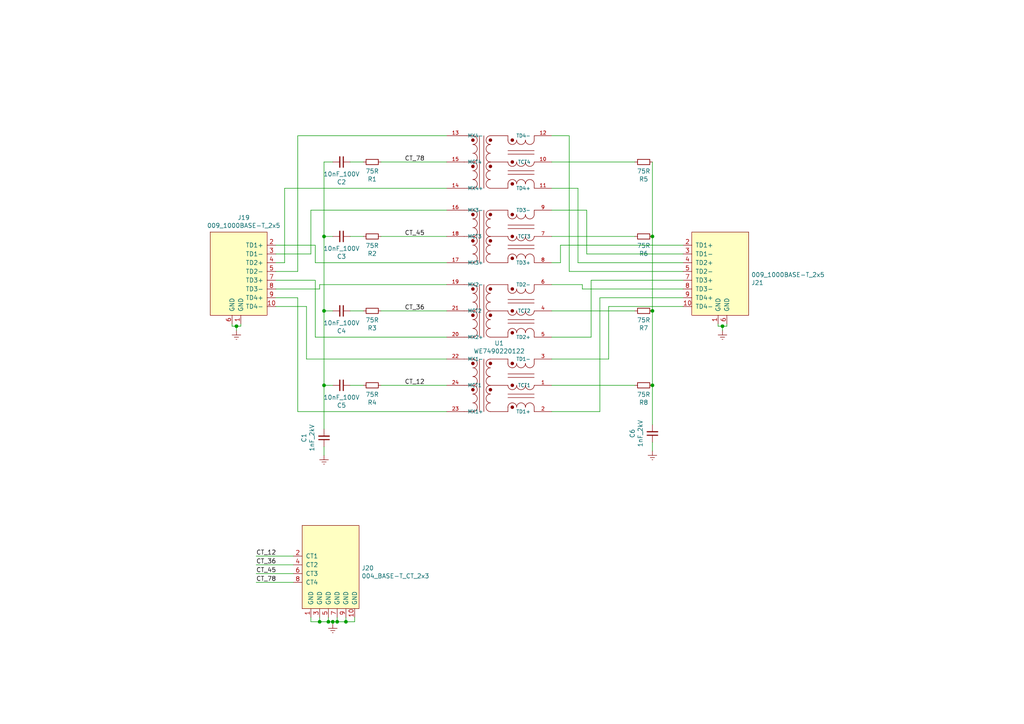
<source format=kicad_sch>
(kicad_sch (version 20211123) (generator eeschema)

  (uuid 2d6db888-4e40-41c8-b701-07170fc894bc)

  (paper "A4")

  (lib_symbols
    (symbol "Device:C_Small" (pin_numbers hide) (pin_names (offset 0.254) hide) (in_bom yes) (on_board yes)
      (property "Reference" "C" (id 0) (at 0.254 1.778 0)
        (effects (font (size 1.27 1.27)) (justify left))
      )
      (property "Value" "C_Small" (id 1) (at 0.254 -2.032 0)
        (effects (font (size 1.27 1.27)) (justify left))
      )
      (property "Footprint" "" (id 2) (at 0 0 0)
        (effects (font (size 1.27 1.27)) hide)
      )
      (property "Datasheet" "~" (id 3) (at 0 0 0)
        (effects (font (size 1.27 1.27)) hide)
      )
      (property "ki_keywords" "capacitor cap" (id 4) (at 0 0 0)
        (effects (font (size 1.27 1.27)) hide)
      )
      (property "ki_description" "Unpolarized capacitor, small symbol" (id 5) (at 0 0 0)
        (effects (font (size 1.27 1.27)) hide)
      )
      (property "ki_fp_filters" "C_*" (id 6) (at 0 0 0)
        (effects (font (size 1.27 1.27)) hide)
      )
      (symbol "C_Small_0_1"
        (polyline
          (pts
            (xy -1.524 -0.508)
            (xy 1.524 -0.508)
          )
          (stroke (width 0.3302) (type default) (color 0 0 0 0))
          (fill (type none))
        )
        (polyline
          (pts
            (xy -1.524 0.508)
            (xy 1.524 0.508)
          )
          (stroke (width 0.3048) (type default) (color 0 0 0 0))
          (fill (type none))
        )
      )
      (symbol "C_Small_1_1"
        (pin passive line (at 0 2.54 270) (length 2.032)
          (name "~" (effects (font (size 1.27 1.27))))
          (number "1" (effects (font (size 1.27 1.27))))
        )
        (pin passive line (at 0 -2.54 90) (length 2.032)
          (name "~" (effects (font (size 1.27 1.27))))
          (number "2" (effects (font (size 1.27 1.27))))
        )
      )
    )
    (symbol "Device:R_Small" (pin_numbers hide) (pin_names (offset 0.254) hide) (in_bom yes) (on_board yes)
      (property "Reference" "R" (id 0) (at 0.762 0.508 0)
        (effects (font (size 1.27 1.27)) (justify left))
      )
      (property "Value" "R_Small" (id 1) (at 0.762 -1.016 0)
        (effects (font (size 1.27 1.27)) (justify left))
      )
      (property "Footprint" "" (id 2) (at 0 0 0)
        (effects (font (size 1.27 1.27)) hide)
      )
      (property "Datasheet" "~" (id 3) (at 0 0 0)
        (effects (font (size 1.27 1.27)) hide)
      )
      (property "ki_keywords" "R resistor" (id 4) (at 0 0 0)
        (effects (font (size 1.27 1.27)) hide)
      )
      (property "ki_description" "Resistor, small symbol" (id 5) (at 0 0 0)
        (effects (font (size 1.27 1.27)) hide)
      )
      (property "ki_fp_filters" "R_*" (id 6) (at 0 0 0)
        (effects (font (size 1.27 1.27)) hide)
      )
      (symbol "R_Small_0_1"
        (rectangle (start -0.762 1.778) (end 0.762 -1.778)
          (stroke (width 0.2032) (type default) (color 0 0 0 0))
          (fill (type none))
        )
      )
      (symbol "R_Small_1_1"
        (pin passive line (at 0 2.54 270) (length 0.762)
          (name "~" (effects (font (size 1.27 1.27))))
          (number "1" (effects (font (size 1.27 1.27))))
        )
        (pin passive line (at 0 -2.54 90) (length 0.762)
          (name "~" (effects (font (size 1.27 1.27))))
          (number "2" (effects (font (size 1.27 1.27))))
        )
      )
    )
    (symbol "parts:WE7490220122" (pin_names (offset 1.016)) (in_bom yes) (on_board yes)
      (property "Reference" "U1" (id 0) (at -1.27 -14.7574 0)
        (effects (font (size 1.27 1.27)))
      )
      (property "Value" "WE7490220122" (id 1) (at -1.27 -12.446 0)
        (effects (font (size 1.27 1.27)))
      )
      (property "Footprint" "AI-footprints:XFMR_7490220122" (id 2) (at 0 8.89 0)
        (effects (font (size 1.27 1.27)) hide)
      )
      (property "Datasheet" "" (id 3) (at 0 8.89 0)
        (effects (font (size 1.27 1.27)) hide)
      )
      (property "MPN" "7490220122" (id 4) (at 0 0 0)
        (effects (font (size 1.27 1.27)) hide)
      )
      (property "Digi-Key_PN" "732-10731-1-ND" (id 5) (at 0 0 0)
        (effects (font (size 1.27 1.27)) hide)
      )
      (symbol "WE7490220122_1_1"
        (arc (start -8.89 -60.96) (mid -7.62 -62.23) (end -6.35 -60.96)
          (stroke (width 0.1524) (type default) (color 0 0 0 0))
          (fill (type none))
        )
        (arc (start -8.89 -39.37) (mid -7.62 -40.64) (end -6.35 -39.37)
          (stroke (width 0.1524) (type default) (color 0 0 0 0))
          (fill (type none))
        )
        (arc (start -8.89 -17.78) (mid -7.62 -19.05) (end -6.35 -17.78)
          (stroke (width 0.1524) (type default) (color 0 0 0 0))
          (fill (type none))
        )
        (arc (start -8.89 3.81) (mid -7.62 2.54) (end -6.35 3.81)
          (stroke (width 0.1524) (type default) (color 0 0 0 0))
          (fill (type none))
        )
        (arc (start -6.35 -73.66) (mid -7.62 -72.39) (end -8.89 -73.66)
          (stroke (width 0.1524) (type default) (color 0 0 0 0))
          (fill (type none))
        )
        (arc (start -6.35 -67.31) (mid -7.62 -66.04) (end -8.89 -67.31)
          (stroke (width 0.1524) (type default) (color 0 0 0 0))
          (fill (type none))
        )
        (arc (start -6.35 -60.96) (mid -5.08 -62.23) (end -3.81 -60.96)
          (stroke (width 0.1524) (type default) (color 0 0 0 0))
          (fill (type none))
        )
        (arc (start -6.35 -52.07) (mid -7.62 -50.8) (end -8.89 -52.07)
          (stroke (width 0.1524) (type default) (color 0 0 0 0))
          (fill (type none))
        )
        (arc (start -6.35 -45.72) (mid -7.62 -44.45) (end -8.89 -45.72)
          (stroke (width 0.1524) (type default) (color 0 0 0 0))
          (fill (type none))
        )
        (arc (start -6.35 -39.37) (mid -5.08 -40.64) (end -3.81 -39.37)
          (stroke (width 0.1524) (type default) (color 0 0 0 0))
          (fill (type none))
        )
        (arc (start -6.35 -30.48) (mid -7.62 -29.21) (end -8.89 -30.48)
          (stroke (width 0.1524) (type default) (color 0 0 0 0))
          (fill (type none))
        )
        (arc (start -6.35 -24.13) (mid -7.62 -22.86) (end -8.89 -24.13)
          (stroke (width 0.1524) (type default) (color 0 0 0 0))
          (fill (type none))
        )
        (arc (start -6.35 -17.78) (mid -5.08 -19.05) (end -3.81 -17.78)
          (stroke (width 0.1524) (type default) (color 0 0 0 0))
          (fill (type none))
        )
        (arc (start -6.35 -8.89) (mid -7.62 -7.62) (end -8.89 -8.89)
          (stroke (width 0.1524) (type default) (color 0 0 0 0))
          (fill (type none))
        )
        (arc (start -6.35 -2.54) (mid -7.62 -1.27) (end -8.89 -2.54)
          (stroke (width 0.1524) (type default) (color 0 0 0 0))
          (fill (type none))
        )
        (arc (start -6.35 3.81) (mid -5.08 2.54) (end -3.81 3.81)
          (stroke (width 0.1524) (type default) (color 0 0 0 0))
          (fill (type none))
        )
        (arc (start -3.81 -73.66) (mid -5.08 -72.39) (end -6.35 -73.66)
          (stroke (width 0.1524) (type default) (color 0 0 0 0))
          (fill (type none))
        )
        (arc (start -3.81 -67.31) (mid -5.08 -66.04) (end -6.35 -67.31)
          (stroke (width 0.1524) (type default) (color 0 0 0 0))
          (fill (type none))
        )
        (arc (start -3.81 -60.96) (mid -2.54 -62.23) (end -1.27 -60.96)
          (stroke (width 0.1524) (type default) (color 0 0 0 0))
          (fill (type none))
        )
        (arc (start -3.81 -52.07) (mid -5.08 -50.8) (end -6.35 -52.07)
          (stroke (width 0.1524) (type default) (color 0 0 0 0))
          (fill (type none))
        )
        (arc (start -3.81 -45.72) (mid -5.08 -44.45) (end -6.35 -45.72)
          (stroke (width 0.1524) (type default) (color 0 0 0 0))
          (fill (type none))
        )
        (arc (start -3.81 -39.37) (mid -2.54 -40.64) (end -1.27 -39.37)
          (stroke (width 0.1524) (type default) (color 0 0 0 0))
          (fill (type none))
        )
        (arc (start -3.81 -30.48) (mid -5.08 -29.21) (end -6.35 -30.48)
          (stroke (width 0.1524) (type default) (color 0 0 0 0))
          (fill (type none))
        )
        (arc (start -3.81 -24.13) (mid -5.08 -22.86) (end -6.35 -24.13)
          (stroke (width 0.1524) (type default) (color 0 0 0 0))
          (fill (type none))
        )
        (arc (start -3.81 -17.78) (mid -2.54 -19.05) (end -1.27 -17.78)
          (stroke (width 0.1524) (type default) (color 0 0 0 0))
          (fill (type none))
        )
        (arc (start -3.81 -8.89) (mid -5.08 -7.62) (end -6.35 -8.89)
          (stroke (width 0.1524) (type default) (color 0 0 0 0))
          (fill (type none))
        )
        (arc (start -3.81 -2.54) (mid -5.08 -1.27) (end -6.35 -2.54)
          (stroke (width 0.1524) (type default) (color 0 0 0 0))
          (fill (type none))
        )
        (arc (start -3.81 3.81) (mid -2.54 2.54) (end -1.27 3.81)
          (stroke (width 0.1524) (type default) (color 0 0 0 0))
          (fill (type none))
        )
        (circle (center -2.54 -73.66) (radius 0.254)
          (stroke (width 0.508) (type default) (color 0 0 0 0))
          (fill (type none))
        )
        (circle (center -2.54 -67.31) (radius 0.254)
          (stroke (width 0.508) (type default) (color 0 0 0 0))
          (fill (type none))
        )
        (circle (center -2.54 -60.96) (radius 0.254)
          (stroke (width 0.508) (type default) (color 0 0 0 0))
          (fill (type none))
        )
        (circle (center -2.54 -52.07) (radius 0.254)
          (stroke (width 0.508) (type default) (color 0 0 0 0))
          (fill (type none))
        )
        (circle (center -2.54 -45.72) (radius 0.254)
          (stroke (width 0.508) (type default) (color 0 0 0 0))
          (fill (type none))
        )
        (circle (center -2.54 -39.37) (radius 0.254)
          (stroke (width 0.508) (type default) (color 0 0 0 0))
          (fill (type none))
        )
        (circle (center -2.54 -30.48) (radius 0.254)
          (stroke (width 0.508) (type default) (color 0 0 0 0))
          (fill (type none))
        )
        (circle (center -2.54 -24.13) (radius 0.254)
          (stroke (width 0.508) (type default) (color 0 0 0 0))
          (fill (type none))
        )
        (circle (center -2.54 -17.78) (radius 0.254)
          (stroke (width 0.508) (type default) (color 0 0 0 0))
          (fill (type none))
        )
        (circle (center -2.54 -8.89) (radius 0.254)
          (stroke (width 0.508) (type default) (color 0 0 0 0))
          (fill (type none))
        )
        (circle (center -2.54 -2.54) (radius 0.254)
          (stroke (width 0.508) (type default) (color 0 0 0 0))
          (fill (type none))
        )
        (circle (center -2.54 3.81) (radius 0.254)
          (stroke (width 0.508) (type default) (color 0 0 0 0))
          (fill (type none))
        )
        (arc (start -1.27 -73.66) (mid -2.54 -72.39) (end -3.81 -73.66)
          (stroke (width 0.1524) (type default) (color 0 0 0 0))
          (fill (type none))
        )
        (arc (start -1.27 -67.31) (mid -2.54 -66.04) (end -3.81 -67.31)
          (stroke (width 0.1524) (type default) (color 0 0 0 0))
          (fill (type none))
        )
        (arc (start -1.27 -52.07) (mid -2.54 -50.8) (end -3.81 -52.07)
          (stroke (width 0.1524) (type default) (color 0 0 0 0))
          (fill (type none))
        )
        (arc (start -1.27 -45.72) (mid -2.54 -44.45) (end -3.81 -45.72)
          (stroke (width 0.1524) (type default) (color 0 0 0 0))
          (fill (type none))
        )
        (arc (start -1.27 -30.48) (mid -2.54 -29.21) (end -3.81 -30.48)
          (stroke (width 0.1524) (type default) (color 0 0 0 0))
          (fill (type none))
        )
        (arc (start -1.27 -24.13) (mid -2.54 -22.86) (end -3.81 -24.13)
          (stroke (width 0.1524) (type default) (color 0 0 0 0))
          (fill (type none))
        )
        (arc (start -1.27 -8.89) (mid -2.54 -7.62) (end -3.81 -8.89)
          (stroke (width 0.1524) (type default) (color 0 0 0 0))
          (fill (type none))
        )
        (arc (start -1.27 -2.54) (mid -2.54 -1.27) (end -3.81 -2.54)
          (stroke (width 0.1524) (type default) (color 0 0 0 0))
          (fill (type none))
        )
        (polyline
          (pts
            (xy -8.89 -73.66)
            (xy -8.89 -74.93)
          )
          (stroke (width 0.1524) (type default) (color 0 0 0 0))
          (fill (type none))
        )
        (polyline
          (pts
            (xy -8.89 -70.612)
            (xy -1.27 -70.612)
          )
          (stroke (width 0.1524) (type default) (color 0 0 0 0))
          (fill (type none))
        )
        (polyline
          (pts
            (xy -8.89 -69.596)
            (xy -1.27 -69.596)
          )
          (stroke (width 0.1524) (type default) (color 0 0 0 0))
          (fill (type none))
        )
        (polyline
          (pts
            (xy -8.89 -64.77)
            (xy -1.27 -64.77)
          )
          (stroke (width 0.1524) (type default) (color 0 0 0 0))
          (fill (type none))
        )
        (polyline
          (pts
            (xy -8.89 -63.754)
            (xy -1.27 -63.754)
          )
          (stroke (width 0.1524) (type default) (color 0 0 0 0))
          (fill (type none))
        )
        (polyline
          (pts
            (xy -8.89 -59.69)
            (xy -8.89 -60.96)
          )
          (stroke (width 0.1524) (type default) (color 0 0 0 0))
          (fill (type none))
        )
        (polyline
          (pts
            (xy -8.89 -52.07)
            (xy -8.89 -53.34)
          )
          (stroke (width 0.1524) (type default) (color 0 0 0 0))
          (fill (type none))
        )
        (polyline
          (pts
            (xy -8.89 -49.022)
            (xy -1.27 -49.022)
          )
          (stroke (width 0.1524) (type default) (color 0 0 0 0))
          (fill (type none))
        )
        (polyline
          (pts
            (xy -8.89 -48.006)
            (xy -1.27 -48.006)
          )
          (stroke (width 0.1524) (type default) (color 0 0 0 0))
          (fill (type none))
        )
        (polyline
          (pts
            (xy -8.89 -43.18)
            (xy -1.27 -43.18)
          )
          (stroke (width 0.1524) (type default) (color 0 0 0 0))
          (fill (type none))
        )
        (polyline
          (pts
            (xy -8.89 -42.164)
            (xy -1.27 -42.164)
          )
          (stroke (width 0.1524) (type default) (color 0 0 0 0))
          (fill (type none))
        )
        (polyline
          (pts
            (xy -8.89 -38.1)
            (xy -8.89 -39.37)
          )
          (stroke (width 0.1524) (type default) (color 0 0 0 0))
          (fill (type none))
        )
        (polyline
          (pts
            (xy -8.89 -30.48)
            (xy -8.89 -31.75)
          )
          (stroke (width 0.1524) (type default) (color 0 0 0 0))
          (fill (type none))
        )
        (polyline
          (pts
            (xy -8.89 -27.432)
            (xy -1.27 -27.432)
          )
          (stroke (width 0.1524) (type default) (color 0 0 0 0))
          (fill (type none))
        )
        (polyline
          (pts
            (xy -8.89 -26.416)
            (xy -1.27 -26.416)
          )
          (stroke (width 0.1524) (type default) (color 0 0 0 0))
          (fill (type none))
        )
        (polyline
          (pts
            (xy -8.89 -21.59)
            (xy -1.27 -21.59)
          )
          (stroke (width 0.1524) (type default) (color 0 0 0 0))
          (fill (type none))
        )
        (polyline
          (pts
            (xy -8.89 -20.574)
            (xy -1.27 -20.574)
          )
          (stroke (width 0.1524) (type default) (color 0 0 0 0))
          (fill (type none))
        )
        (polyline
          (pts
            (xy -8.89 -16.51)
            (xy -8.89 -17.78)
          )
          (stroke (width 0.1524) (type default) (color 0 0 0 0))
          (fill (type none))
        )
        (polyline
          (pts
            (xy -8.89 -8.89)
            (xy -8.89 -10.16)
          )
          (stroke (width 0.1524) (type default) (color 0 0 0 0))
          (fill (type none))
        )
        (polyline
          (pts
            (xy -8.89 -5.842)
            (xy -1.27 -5.842)
          )
          (stroke (width 0.1524) (type default) (color 0 0 0 0))
          (fill (type none))
        )
        (polyline
          (pts
            (xy -8.89 -4.826)
            (xy -1.27 -4.826)
          )
          (stroke (width 0.1524) (type default) (color 0 0 0 0))
          (fill (type none))
        )
        (polyline
          (pts
            (xy -8.89 0)
            (xy -1.27 0)
          )
          (stroke (width 0.1524) (type default) (color 0 0 0 0))
          (fill (type none))
        )
        (polyline
          (pts
            (xy -8.89 1.016)
            (xy -1.27 1.016)
          )
          (stroke (width 0.1524) (type default) (color 0 0 0 0))
          (fill (type none))
        )
        (polyline
          (pts
            (xy -8.89 5.08)
            (xy -8.89 3.81)
          )
          (stroke (width 0.1524) (type default) (color 0 0 0 0))
          (fill (type none))
        )
        (polyline
          (pts
            (xy -1.27 -74.93)
            (xy 3.81 -74.93)
          )
          (stroke (width 0.1524) (type default) (color 0 0 0 0))
          (fill (type none))
        )
        (polyline
          (pts
            (xy -1.27 -73.66)
            (xy -1.27 -74.93)
          )
          (stroke (width 0.1524) (type default) (color 0 0 0 0))
          (fill (type none))
        )
        (polyline
          (pts
            (xy -1.27 -67.31)
            (xy 3.81 -67.31)
          )
          (stroke (width 0.1524) (type default) (color 0 0 0 0))
          (fill (type none))
        )
        (polyline
          (pts
            (xy -1.27 -59.69)
            (xy -1.27 -60.96)
          )
          (stroke (width 0.1524) (type default) (color 0 0 0 0))
          (fill (type none))
        )
        (polyline
          (pts
            (xy -1.27 -59.69)
            (xy 3.81 -59.69)
          )
          (stroke (width 0.1524) (type default) (color 0 0 0 0))
          (fill (type none))
        )
        (polyline
          (pts
            (xy -1.27 -53.34)
            (xy 3.81 -53.34)
          )
          (stroke (width 0.1524) (type default) (color 0 0 0 0))
          (fill (type none))
        )
        (polyline
          (pts
            (xy -1.27 -52.07)
            (xy -1.27 -53.34)
          )
          (stroke (width 0.1524) (type default) (color 0 0 0 0))
          (fill (type none))
        )
        (polyline
          (pts
            (xy -1.27 -45.72)
            (xy 3.81 -45.72)
          )
          (stroke (width 0.1524) (type default) (color 0 0 0 0))
          (fill (type none))
        )
        (polyline
          (pts
            (xy -1.27 -38.1)
            (xy -1.27 -39.37)
          )
          (stroke (width 0.1524) (type default) (color 0 0 0 0))
          (fill (type none))
        )
        (polyline
          (pts
            (xy -1.27 -38.1)
            (xy 3.81 -38.1)
          )
          (stroke (width 0.1524) (type default) (color 0 0 0 0))
          (fill (type none))
        )
        (polyline
          (pts
            (xy -1.27 -31.75)
            (xy 3.81 -31.75)
          )
          (stroke (width 0.1524) (type default) (color 0 0 0 0))
          (fill (type none))
        )
        (polyline
          (pts
            (xy -1.27 -30.48)
            (xy -1.27 -31.75)
          )
          (stroke (width 0.1524) (type default) (color 0 0 0 0))
          (fill (type none))
        )
        (polyline
          (pts
            (xy -1.27 -24.13)
            (xy 3.81 -24.13)
          )
          (stroke (width 0.1524) (type default) (color 0 0 0 0))
          (fill (type none))
        )
        (polyline
          (pts
            (xy -1.27 -16.51)
            (xy -1.27 -17.78)
          )
          (stroke (width 0.1524) (type default) (color 0 0 0 0))
          (fill (type none))
        )
        (polyline
          (pts
            (xy -1.27 -16.51)
            (xy 3.81 -16.51)
          )
          (stroke (width 0.1524) (type default) (color 0 0 0 0))
          (fill (type none))
        )
        (polyline
          (pts
            (xy -1.27 -10.16)
            (xy 3.81 -10.16)
          )
          (stroke (width 0.1524) (type default) (color 0 0 0 0))
          (fill (type none))
        )
        (polyline
          (pts
            (xy -1.27 -8.89)
            (xy -1.27 -10.16)
          )
          (stroke (width 0.1524) (type default) (color 0 0 0 0))
          (fill (type none))
        )
        (polyline
          (pts
            (xy -1.27 -2.54)
            (xy 3.81 -2.54)
          )
          (stroke (width 0.1524) (type default) (color 0 0 0 0))
          (fill (type none))
        )
        (polyline
          (pts
            (xy -1.27 5.08)
            (xy -1.27 3.81)
          )
          (stroke (width 0.1524) (type default) (color 0 0 0 0))
          (fill (type none))
        )
        (polyline
          (pts
            (xy -1.27 5.08)
            (xy 3.81 5.08)
          )
          (stroke (width 0.1524) (type default) (color 0 0 0 0))
          (fill (type none))
        )
        (polyline
          (pts
            (xy 5.715 -59.69)
            (xy 5.715 -74.93)
          )
          (stroke (width 0.1524) (type default) (color 0 0 0 0))
          (fill (type none))
        )
        (polyline
          (pts
            (xy 5.715 -38.1)
            (xy 5.715 -53.34)
          )
          (stroke (width 0.1524) (type default) (color 0 0 0 0))
          (fill (type none))
        )
        (polyline
          (pts
            (xy 5.715 -16.51)
            (xy 5.715 -31.75)
          )
          (stroke (width 0.1524) (type default) (color 0 0 0 0))
          (fill (type none))
        )
        (polyline
          (pts
            (xy 5.715 5.08)
            (xy 5.715 -10.16)
          )
          (stroke (width 0.1524) (type default) (color 0 0 0 0))
          (fill (type none))
        )
        (polyline
          (pts
            (xy 6.985 -59.69)
            (xy 6.985 -74.93)
          )
          (stroke (width 0.1524) (type default) (color 0 0 0 0))
          (fill (type none))
        )
        (polyline
          (pts
            (xy 6.985 -38.1)
            (xy 6.985 -53.34)
          )
          (stroke (width 0.1524) (type default) (color 0 0 0 0))
          (fill (type none))
        )
        (polyline
          (pts
            (xy 6.985 -16.51)
            (xy 6.985 -31.75)
          )
          (stroke (width 0.1524) (type default) (color 0 0 0 0))
          (fill (type none))
        )
        (polyline
          (pts
            (xy 6.985 5.08)
            (xy 6.985 -10.16)
          )
          (stroke (width 0.1524) (type default) (color 0 0 0 0))
          (fill (type none))
        )
        (polyline
          (pts
            (xy 8.89 -74.93)
            (xy 11.43 -74.93)
          )
          (stroke (width 0.1524) (type default) (color 0 0 0 0))
          (fill (type none))
        )
        (polyline
          (pts
            (xy 8.89 -67.31)
            (xy 11.43 -67.31)
          )
          (stroke (width 0.1524) (type default) (color 0 0 0 0))
          (fill (type none))
        )
        (polyline
          (pts
            (xy 8.89 -59.69)
            (xy 11.43 -59.69)
          )
          (stroke (width 0.1524) (type default) (color 0 0 0 0))
          (fill (type none))
        )
        (polyline
          (pts
            (xy 8.89 -53.34)
            (xy 11.43 -53.34)
          )
          (stroke (width 0.1524) (type default) (color 0 0 0 0))
          (fill (type none))
        )
        (polyline
          (pts
            (xy 8.89 -45.72)
            (xy 11.43 -45.72)
          )
          (stroke (width 0.1524) (type default) (color 0 0 0 0))
          (fill (type none))
        )
        (polyline
          (pts
            (xy 8.89 -38.1)
            (xy 11.43 -38.1)
          )
          (stroke (width 0.1524) (type default) (color 0 0 0 0))
          (fill (type none))
        )
        (polyline
          (pts
            (xy 8.89 -31.75)
            (xy 11.43 -31.75)
          )
          (stroke (width 0.1524) (type default) (color 0 0 0 0))
          (fill (type none))
        )
        (polyline
          (pts
            (xy 8.89 -24.13)
            (xy 11.43 -24.13)
          )
          (stroke (width 0.1524) (type default) (color 0 0 0 0))
          (fill (type none))
        )
        (polyline
          (pts
            (xy 8.89 -16.51)
            (xy 11.43 -16.51)
          )
          (stroke (width 0.1524) (type default) (color 0 0 0 0))
          (fill (type none))
        )
        (polyline
          (pts
            (xy 8.89 -10.16)
            (xy 11.43 -10.16)
          )
          (stroke (width 0.1524) (type default) (color 0 0 0 0))
          (fill (type none))
        )
        (polyline
          (pts
            (xy 8.89 -2.54)
            (xy 11.43 -2.54)
          )
          (stroke (width 0.1524) (type default) (color 0 0 0 0))
          (fill (type none))
        )
        (polyline
          (pts
            (xy 8.89 5.08)
            (xy 11.43 5.08)
          )
          (stroke (width 0.1524) (type default) (color 0 0 0 0))
          (fill (type none))
        )
        (arc (start 3.81 -74.93) (mid 5.08 -73.66) (end 3.81 -72.39)
          (stroke (width 0.1524) (type default) (color 0 0 0 0))
          (fill (type none))
        )
        (circle (center 3.81 -73.66) (radius 0.254)
          (stroke (width 0.508) (type default) (color 0 0 0 0))
          (fill (type none))
        )
        (arc (start 3.81 -72.39) (mid 5.08 -71.12) (end 3.81 -69.85)
          (stroke (width 0.1524) (type default) (color 0 0 0 0))
          (fill (type none))
        )
        (arc (start 3.81 -69.85) (mid 5.08 -68.58) (end 3.81 -67.31)
          (stroke (width 0.1524) (type default) (color 0 0 0 0))
          (fill (type none))
        )
        (arc (start 3.81 -67.31) (mid 5.08 -66.04) (end 3.81 -64.77)
          (stroke (width 0.1524) (type default) (color 0 0 0 0))
          (fill (type none))
        )
        (circle (center 3.81 -66.04) (radius 0.254)
          (stroke (width 0.508) (type default) (color 0 0 0 0))
          (fill (type none))
        )
        (arc (start 3.81 -64.77) (mid 5.08 -63.5) (end 3.81 -62.23)
          (stroke (width 0.1524) (type default) (color 0 0 0 0))
          (fill (type none))
        )
        (arc (start 3.81 -62.23) (mid 5.08 -60.96) (end 3.81 -59.69)
          (stroke (width 0.1524) (type default) (color 0 0 0 0))
          (fill (type none))
        )
        (arc (start 3.81 -53.34) (mid 5.08 -52.07) (end 3.81 -50.8)
          (stroke (width 0.1524) (type default) (color 0 0 0 0))
          (fill (type none))
        )
        (circle (center 3.81 -52.07) (radius 0.254)
          (stroke (width 0.508) (type default) (color 0 0 0 0))
          (fill (type none))
        )
        (arc (start 3.81 -50.8) (mid 5.08 -49.53) (end 3.81 -48.26)
          (stroke (width 0.1524) (type default) (color 0 0 0 0))
          (fill (type none))
        )
        (arc (start 3.81 -48.26) (mid 5.08 -46.99) (end 3.81 -45.72)
          (stroke (width 0.1524) (type default) (color 0 0 0 0))
          (fill (type none))
        )
        (arc (start 3.81 -45.72) (mid 5.08 -44.45) (end 3.81 -43.18)
          (stroke (width 0.1524) (type default) (color 0 0 0 0))
          (fill (type none))
        )
        (circle (center 3.81 -44.45) (radius 0.254)
          (stroke (width 0.508) (type default) (color 0 0 0 0))
          (fill (type none))
        )
        (arc (start 3.81 -43.18) (mid 5.08 -41.91) (end 3.81 -40.64)
          (stroke (width 0.1524) (type default) (color 0 0 0 0))
          (fill (type none))
        )
        (arc (start 3.81 -40.64) (mid 5.08 -39.37) (end 3.81 -38.1)
          (stroke (width 0.1524) (type default) (color 0 0 0 0))
          (fill (type none))
        )
        (arc (start 3.81 -31.75) (mid 5.08 -30.48) (end 3.81 -29.21)
          (stroke (width 0.1524) (type default) (color 0 0 0 0))
          (fill (type none))
        )
        (circle (center 3.81 -30.48) (radius 0.254)
          (stroke (width 0.508) (type default) (color 0 0 0 0))
          (fill (type none))
        )
        (arc (start 3.81 -29.21) (mid 5.08 -27.94) (end 3.81 -26.67)
          (stroke (width 0.1524) (type default) (color 0 0 0 0))
          (fill (type none))
        )
        (arc (start 3.81 -26.67) (mid 5.08 -25.4) (end 3.81 -24.13)
          (stroke (width 0.1524) (type default) (color 0 0 0 0))
          (fill (type none))
        )
        (arc (start 3.81 -24.13) (mid 5.08 -22.86) (end 3.81 -21.59)
          (stroke (width 0.1524) (type default) (color 0 0 0 0))
          (fill (type none))
        )
        (circle (center 3.81 -22.86) (radius 0.254)
          (stroke (width 0.508) (type default) (color 0 0 0 0))
          (fill (type none))
        )
        (arc (start 3.81 -21.59) (mid 5.08 -20.32) (end 3.81 -19.05)
          (stroke (width 0.1524) (type default) (color 0 0 0 0))
          (fill (type none))
        )
        (arc (start 3.81 -19.05) (mid 5.08 -17.78) (end 3.81 -16.51)
          (stroke (width 0.1524) (type default) (color 0 0 0 0))
          (fill (type none))
        )
        (arc (start 3.81 -10.16) (mid 5.08 -8.89) (end 3.81 -7.62)
          (stroke (width 0.1524) (type default) (color 0 0 0 0))
          (fill (type none))
        )
        (circle (center 3.81 -8.89) (radius 0.254)
          (stroke (width 0.508) (type default) (color 0 0 0 0))
          (fill (type none))
        )
        (arc (start 3.81 -7.62) (mid 5.08 -6.35) (end 3.81 -5.08)
          (stroke (width 0.1524) (type default) (color 0 0 0 0))
          (fill (type none))
        )
        (arc (start 3.81 -5.08) (mid 5.08 -3.81) (end 3.81 -2.54)
          (stroke (width 0.1524) (type default) (color 0 0 0 0))
          (fill (type none))
        )
        (arc (start 3.81 -2.54) (mid 5.08 -1.27) (end 3.81 0)
          (stroke (width 0.1524) (type default) (color 0 0 0 0))
          (fill (type none))
        )
        (circle (center 3.81 -1.27) (radius 0.254)
          (stroke (width 0.508) (type default) (color 0 0 0 0))
          (fill (type none))
        )
        (arc (start 3.81 0) (mid 5.08 1.27) (end 3.81 2.54)
          (stroke (width 0.1524) (type default) (color 0 0 0 0))
          (fill (type none))
        )
        (arc (start 3.81 2.54) (mid 5.08 3.81) (end 3.81 5.08)
          (stroke (width 0.1524) (type default) (color 0 0 0 0))
          (fill (type none))
        )
        (circle (center 8.89 -73.66) (radius 0.254)
          (stroke (width 0.508) (type default) (color 0 0 0 0))
          (fill (type none))
        )
        (arc (start 8.89 -72.39) (mid 7.62 -73.66) (end 8.89 -74.93)
          (stroke (width 0.1524) (type default) (color 0 0 0 0))
          (fill (type none))
        )
        (arc (start 8.89 -69.85) (mid 7.62 -71.12) (end 8.89 -72.39)
          (stroke (width 0.1524) (type default) (color 0 0 0 0))
          (fill (type none))
        )
        (arc (start 8.89 -67.31) (mid 7.62 -68.58) (end 8.89 -69.85)
          (stroke (width 0.1524) (type default) (color 0 0 0 0))
          (fill (type none))
        )
        (circle (center 8.89 -66.04) (radius 0.254)
          (stroke (width 0.508) (type default) (color 0 0 0 0))
          (fill (type none))
        )
        (arc (start 8.89 -64.77) (mid 7.62 -66.04) (end 8.89 -67.31)
          (stroke (width 0.1524) (type default) (color 0 0 0 0))
          (fill (type none))
        )
        (arc (start 8.89 -62.23) (mid 7.62 -63.5) (end 8.89 -64.77)
          (stroke (width 0.1524) (type default) (color 0 0 0 0))
          (fill (type none))
        )
        (arc (start 8.89 -59.69) (mid 7.62 -60.96) (end 8.89 -62.23)
          (stroke (width 0.1524) (type default) (color 0 0 0 0))
          (fill (type none))
        )
        (circle (center 8.89 -52.07) (radius 0.254)
          (stroke (width 0.508) (type default) (color 0 0 0 0))
          (fill (type none))
        )
        (arc (start 8.89 -50.8) (mid 7.62 -52.07) (end 8.89 -53.34)
          (stroke (width 0.1524) (type default) (color 0 0 0 0))
          (fill (type none))
        )
        (arc (start 8.89 -48.26) (mid 7.62 -49.53) (end 8.89 -50.8)
          (stroke (width 0.1524) (type default) (color 0 0 0 0))
          (fill (type none))
        )
        (arc (start 8.89 -45.72) (mid 7.62 -46.99) (end 8.89 -48.26)
          (stroke (width 0.1524) (type default) (color 0 0 0 0))
          (fill (type none))
        )
        (circle (center 8.89 -44.45) (radius 0.254)
          (stroke (width 0.508) (type default) (color 0 0 0 0))
          (fill (type none))
        )
        (arc (start 8.89 -43.18) (mid 7.62 -44.45) (end 8.89 -45.72)
          (stroke (width 0.1524) (type default) (color 0 0 0 0))
          (fill (type none))
        )
        (arc (start 8.89 -40.64) (mid 7.62 -41.91) (end 8.89 -43.18)
          (stroke (width 0.1524) (type default) (color 0 0 0 0))
          (fill (type none))
        )
        (arc (start 8.89 -38.1) (mid 7.62 -39.37) (end 8.89 -40.64)
          (stroke (width 0.1524) (type default) (color 0 0 0 0))
          (fill (type none))
        )
        (circle (center 8.89 -30.48) (radius 0.254)
          (stroke (width 0.508) (type default) (color 0 0 0 0))
          (fill (type none))
        )
        (arc (start 8.89 -29.21) (mid 7.62 -30.48) (end 8.89 -31.75)
          (stroke (width 0.1524) (type default) (color 0 0 0 0))
          (fill (type none))
        )
        (arc (start 8.89 -26.67) (mid 7.62 -27.94) (end 8.89 -29.21)
          (stroke (width 0.1524) (type default) (color 0 0 0 0))
          (fill (type none))
        )
        (arc (start 8.89 -24.13) (mid 7.62 -25.4) (end 8.89 -26.67)
          (stroke (width 0.1524) (type default) (color 0 0 0 0))
          (fill (type none))
        )
        (circle (center 8.89 -22.86) (radius 0.254)
          (stroke (width 0.508) (type default) (color 0 0 0 0))
          (fill (type none))
        )
        (arc (start 8.89 -21.59) (mid 7.62 -22.86) (end 8.89 -24.13)
          (stroke (width 0.1524) (type default) (color 0 0 0 0))
          (fill (type none))
        )
        (arc (start 8.89 -19.05) (mid 7.62 -20.32) (end 8.89 -21.59)
          (stroke (width 0.1524) (type default) (color 0 0 0 0))
          (fill (type none))
        )
        (arc (start 8.89 -16.51) (mid 7.62 -17.78) (end 8.89 -19.05)
          (stroke (width 0.1524) (type default) (color 0 0 0 0))
          (fill (type none))
        )
        (circle (center 8.89 -8.89) (radius 0.254)
          (stroke (width 0.508) (type default) (color 0 0 0 0))
          (fill (type none))
        )
        (arc (start 8.89 -7.62) (mid 7.62 -8.89) (end 8.89 -10.16)
          (stroke (width 0.1524) (type default) (color 0 0 0 0))
          (fill (type none))
        )
        (arc (start 8.89 -5.08) (mid 7.62 -6.35) (end 8.89 -7.62)
          (stroke (width 0.1524) (type default) (color 0 0 0 0))
          (fill (type none))
        )
        (arc (start 8.89 -2.54) (mid 7.62 -3.81) (end 8.89 -5.08)
          (stroke (width 0.1524) (type default) (color 0 0 0 0))
          (fill (type none))
        )
        (circle (center 8.89 -1.27) (radius 0.254)
          (stroke (width 0.508) (type default) (color 0 0 0 0))
          (fill (type none))
        )
        (arc (start 8.89 0) (mid 7.62 -1.27) (end 8.89 -2.54)
          (stroke (width 0.1524) (type default) (color 0 0 0 0))
          (fill (type none))
        )
        (arc (start 8.89 2.54) (mid 7.62 1.27) (end 8.89 0)
          (stroke (width 0.1524) (type default) (color 0 0 0 0))
          (fill (type none))
        )
        (arc (start 8.89 5.08) (mid 7.62 3.81) (end 8.89 2.54)
          (stroke (width 0.1524) (type default) (color 0 0 0 0))
          (fill (type none))
        )
        (pin passive line (at -13.97 -2.54 0) (length 5.08)
          (name "TCT1" (effects (font (size 1.016 1.016))))
          (number "1" (effects (font (size 1.016 1.016))))
        )
        (pin passive line (at -13.97 -67.31 0) (length 5.08)
          (name "TCT4" (effects (font (size 1.016 1.016))))
          (number "10" (effects (font (size 1.016 1.016))))
        )
        (pin passive line (at -13.97 -59.69 0) (length 5.08)
          (name "TD4+" (effects (font (size 1.016 1.016))))
          (number "11" (effects (font (size 1.016 1.016))))
        )
        (pin passive line (at -13.97 -74.93 0) (length 5.08)
          (name "TD4-" (effects (font (size 1.016 1.016))))
          (number "12" (effects (font (size 1.016 1.016))))
        )
        (pin passive line (at 16.51 -74.93 180) (length 5.08)
          (name "MX4-" (effects (font (size 1.016 1.016))))
          (number "13" (effects (font (size 1.016 1.016))))
        )
        (pin passive line (at 16.51 -59.69 180) (length 5.08)
          (name "MX4+" (effects (font (size 1.016 1.016))))
          (number "14" (effects (font (size 1.016 1.016))))
        )
        (pin passive line (at 16.51 -67.31 180) (length 5.08)
          (name "MCT4" (effects (font (size 1.016 1.016))))
          (number "15" (effects (font (size 1.016 1.016))))
        )
        (pin passive line (at 16.51 -53.34 180) (length 5.08)
          (name "MX3-" (effects (font (size 1.016 1.016))))
          (number "16" (effects (font (size 1.016 1.016))))
        )
        (pin passive line (at 16.51 -38.1 180) (length 5.08)
          (name "MX3+" (effects (font (size 1.016 1.016))))
          (number "17" (effects (font (size 1.016 1.016))))
        )
        (pin passive line (at 16.51 -45.72 180) (length 5.08)
          (name "MCT3" (effects (font (size 1.016 1.016))))
          (number "18" (effects (font (size 1.016 1.016))))
        )
        (pin passive line (at 16.51 -31.75 180) (length 5.08)
          (name "MX2-" (effects (font (size 1.016 1.016))))
          (number "19" (effects (font (size 1.016 1.016))))
        )
        (pin passive line (at -13.97 5.08 0) (length 5.08)
          (name "TD1+" (effects (font (size 1.016 1.016))))
          (number "2" (effects (font (size 1.016 1.016))))
        )
        (pin passive line (at 16.51 -16.51 180) (length 5.08)
          (name "MX2+" (effects (font (size 1.016 1.016))))
          (number "20" (effects (font (size 1.016 1.016))))
        )
        (pin passive line (at 16.51 -24.13 180) (length 5.08)
          (name "MCT2" (effects (font (size 1.016 1.016))))
          (number "21" (effects (font (size 1.016 1.016))))
        )
        (pin passive line (at 16.51 -10.16 180) (length 5.08)
          (name "MX1-" (effects (font (size 1.016 1.016))))
          (number "22" (effects (font (size 1.016 1.016))))
        )
        (pin passive line (at 16.51 5.08 180) (length 5.08)
          (name "MX1+" (effects (font (size 1.016 1.016))))
          (number "23" (effects (font (size 1.016 1.016))))
        )
        (pin passive line (at 16.51 -2.54 180) (length 5.08)
          (name "MCT1" (effects (font (size 1.016 1.016))))
          (number "24" (effects (font (size 1.016 1.016))))
        )
        (pin passive line (at -13.97 -10.16 0) (length 5.08)
          (name "TD1-" (effects (font (size 1.016 1.016))))
          (number "3" (effects (font (size 1.016 1.016))))
        )
        (pin passive line (at -13.97 -24.13 0) (length 5.08)
          (name "TCT2" (effects (font (size 1.016 1.016))))
          (number "4" (effects (font (size 1.016 1.016))))
        )
        (pin passive line (at -13.97 -16.51 0) (length 5.08)
          (name "TD2+" (effects (font (size 1.016 1.016))))
          (number "5" (effects (font (size 1.016 1.016))))
        )
        (pin passive line (at -13.97 -31.75 0) (length 5.08)
          (name "TD2-" (effects (font (size 1.016 1.016))))
          (number "6" (effects (font (size 1.016 1.016))))
        )
        (pin passive line (at -13.97 -45.72 0) (length 5.08)
          (name "TCT3" (effects (font (size 1.016 1.016))))
          (number "7" (effects (font (size 1.016 1.016))))
        )
        (pin passive line (at -13.97 -38.1 0) (length 5.08)
          (name "TD3+" (effects (font (size 1.016 1.016))))
          (number "8" (effects (font (size 1.016 1.016))))
        )
        (pin passive line (at -13.97 -53.34 0) (length 5.08)
          (name "TD3-" (effects (font (size 1.016 1.016))))
          (number "9" (effects (font (size 1.016 1.016))))
        )
      )
    )
    (symbol "power:Earth" (power) (pin_names (offset 0)) (in_bom yes) (on_board yes)
      (property "Reference" "#PWR" (id 0) (at 0 -6.35 0)
        (effects (font (size 1.27 1.27)) hide)
      )
      (property "Value" "Earth" (id 1) (at 0 -3.81 0)
        (effects (font (size 1.27 1.27)) hide)
      )
      (property "Footprint" "" (id 2) (at 0 0 0)
        (effects (font (size 1.27 1.27)) hide)
      )
      (property "Datasheet" "~" (id 3) (at 0 0 0)
        (effects (font (size 1.27 1.27)) hide)
      )
      (property "ki_keywords" "power-flag ground gnd" (id 4) (at 0 0 0)
        (effects (font (size 1.27 1.27)) hide)
      )
      (property "ki_description" "Power symbol creates a global label with name \"Earth\"" (id 5) (at 0 0 0)
        (effects (font (size 1.27 1.27)) hide)
      )
      (symbol "Earth_0_1"
        (polyline
          (pts
            (xy -0.635 -1.905)
            (xy 0.635 -1.905)
          )
          (stroke (width 0) (type default) (color 0 0 0 0))
          (fill (type none))
        )
        (polyline
          (pts
            (xy -0.127 -2.54)
            (xy 0.127 -2.54)
          )
          (stroke (width 0) (type default) (color 0 0 0 0))
          (fill (type none))
        )
        (polyline
          (pts
            (xy 0 -1.27)
            (xy 0 0)
          )
          (stroke (width 0) (type default) (color 0 0 0 0))
          (fill (type none))
        )
        (polyline
          (pts
            (xy 1.27 -1.27)
            (xy -1.27 -1.27)
          )
          (stroke (width 0) (type default) (color 0 0 0 0))
          (fill (type none))
        )
      )
      (symbol "Earth_1_1"
        (pin power_in line (at 0 0 270) (length 0) hide
          (name "Earth" (effects (font (size 1.27 1.27))))
          (number "1" (effects (font (size 1.27 1.27))))
        )
      )
    )
    (symbol "put_on_edge:004_BASE-T_CT" (pin_names (offset 1.016)) (in_bom yes) (on_board yes)
      (property "Reference" "J" (id 0) (at -2.54 13.97 0)
        (effects (font (size 1.27 1.27)))
      )
      (property "Value" "004_BASE-T_CT" (id 1) (at 8.89 13.97 0)
        (effects (font (size 1.27 1.27)))
      )
      (property "Footprint" "" (id 2) (at 7.62 16.51 0)
        (effects (font (size 1.27 1.27)) hide)
      )
      (property "Datasheet" "" (id 3) (at 7.62 16.51 0)
        (effects (font (size 1.27 1.27)) hide)
      )
      (symbol "004_BASE-T_CT_0_1"
        (rectangle (start -8.89 12.7) (end 7.62 -11.43)
          (stroke (width 0) (type default) (color 0 0 0 0))
          (fill (type background))
        )
      )
      (symbol "004_BASE-T_CT_1_1"
        (pin power_in line (at -6.35 -13.97 90) (length 2.54)
          (name "GND" (effects (font (size 1.27 1.27))))
          (number "1" (effects (font (size 1.27 1.27))))
        )
        (pin power_in line (at 6.35 -13.97 90) (length 2.54)
          (name "GND" (effects (font (size 1.27 1.27))))
          (number "10" (effects (font (size 1.27 1.27))))
        )
        (pin bidirectional line (at -11.43 3.81 0) (length 2.54)
          (name "CT1" (effects (font (size 1.27 1.27))))
          (number "2" (effects (font (size 1.27 1.27))))
        )
        (pin power_in line (at -3.81 -13.97 90) (length 2.54)
          (name "GND" (effects (font (size 1.27 1.27))))
          (number "3" (effects (font (size 1.27 1.27))))
        )
        (pin bidirectional line (at -11.43 1.27 0) (length 2.54)
          (name "CT2" (effects (font (size 1.27 1.27))))
          (number "4" (effects (font (size 1.27 1.27))))
        )
        (pin power_in line (at -1.27 -13.97 90) (length 2.54)
          (name "GND" (effects (font (size 1.27 1.27))))
          (number "5" (effects (font (size 1.27 1.27))))
        )
        (pin bidirectional line (at -11.43 -1.27 0) (length 2.54)
          (name "CT3" (effects (font (size 1.27 1.27))))
          (number "6" (effects (font (size 1.27 1.27))))
        )
        (pin power_in line (at 1.27 -13.97 90) (length 2.54)
          (name "GND" (effects (font (size 1.27 1.27))))
          (number "7" (effects (font (size 1.27 1.27))))
        )
        (pin bidirectional line (at -11.43 -3.81 0) (length 2.54)
          (name "CT4" (effects (font (size 1.27 1.27))))
          (number "8" (effects (font (size 1.27 1.27))))
        )
        (pin power_in line (at 3.81 -13.97 90) (length 2.54)
          (name "GND" (effects (font (size 1.27 1.27))))
          (number "9" (effects (font (size 1.27 1.27))))
        )
      )
    )
    (symbol "put_on_edge:009_1000BASE-T" (pin_names (offset 1.016)) (in_bom yes) (on_board yes)
      (property "Reference" "J" (id 0) (at -2.54 13.97 0)
        (effects (font (size 1.27 1.27)))
      )
      (property "Value" "009_1000BASE-T" (id 1) (at 8.89 13.97 0)
        (effects (font (size 1.27 1.27)))
      )
      (property "Footprint" "" (id 2) (at 7.62 16.51 0)
        (effects (font (size 1.27 1.27)) hide)
      )
      (property "Datasheet" "" (id 3) (at 7.62 16.51 0)
        (effects (font (size 1.27 1.27)) hide)
      )
      (symbol "009_1000BASE-T_0_1"
        (rectangle (start -8.89 12.7) (end 7.62 -11.43)
          (stroke (width 0) (type default) (color 0 0 0 0))
          (fill (type background))
        )
      )
      (symbol "009_1000BASE-T_1_1"
        (pin power_in line (at -1.27 -13.97 90) (length 2.54)
          (name "GND" (effects (font (size 1.27 1.27))))
          (number "1" (effects (font (size 1.27 1.27))))
        )
        (pin bidirectional line (at -11.43 -8.89 0) (length 2.54)
          (name "TD4-" (effects (font (size 1.27 1.27))))
          (number "10" (effects (font (size 1.27 1.27))))
        )
        (pin bidirectional line (at -11.43 8.89 0) (length 2.54)
          (name "TD1+" (effects (font (size 1.27 1.27))))
          (number "2" (effects (font (size 1.27 1.27))))
        )
        (pin bidirectional line (at -11.43 6.35 0) (length 2.54)
          (name "TD1-" (effects (font (size 1.27 1.27))))
          (number "3" (effects (font (size 1.27 1.27))))
        )
        (pin bidirectional line (at -11.43 3.81 0) (length 2.54)
          (name "TD2+" (effects (font (size 1.27 1.27))))
          (number "4" (effects (font (size 1.27 1.27))))
        )
        (pin bidirectional line (at -11.43 1.27 0) (length 2.54)
          (name "TD2-" (effects (font (size 1.27 1.27))))
          (number "5" (effects (font (size 1.27 1.27))))
        )
        (pin power_in line (at 1.27 -13.97 90) (length 2.54)
          (name "GND" (effects (font (size 1.27 1.27))))
          (number "6" (effects (font (size 1.27 1.27))))
        )
        (pin bidirectional line (at -11.43 -1.27 0) (length 2.54)
          (name "TD3+" (effects (font (size 1.27 1.27))))
          (number "7" (effects (font (size 1.27 1.27))))
        )
        (pin bidirectional line (at -11.43 -3.81 0) (length 2.54)
          (name "TD3-" (effects (font (size 1.27 1.27))))
          (number "8" (effects (font (size 1.27 1.27))))
        )
        (pin bidirectional line (at -11.43 -6.35 0) (length 2.54)
          (name "TD4+" (effects (font (size 1.27 1.27))))
          (number "9" (effects (font (size 1.27 1.27))))
        )
      )
    )
  )

  (junction (at 209.55 94.615) (diameter 0) (color 0 0 0 0)
    (uuid 009a4fb4-fcc0-4623-ae5d-c1bae3219583)
  )
  (junction (at 95.25 180.34) (diameter 0) (color 0 0 0 0)
    (uuid 38e64400-4511-40ea-9a86-0a37b8a850ed)
  )
  (junction (at 100.33 180.34) (diameter 0) (color 0 0 0 0)
    (uuid 3b8459ca-42a4-4de8-9702-d7b01ee14fdc)
  )
  (junction (at 93.98 111.76) (diameter 0) (color 0 0 0 0)
    (uuid 4e794a74-33f4-4492-8c79-22d716c43c06)
  )
  (junction (at 68.58 94.615) (diameter 0) (color 0 0 0 0)
    (uuid 4fa10683-33cd-4dcd-8acc-2415cd63c62a)
  )
  (junction (at 96.52 180.34) (diameter 0) (color 0 0 0 0)
    (uuid 68ef06c0-37dc-47e6-9b11-4158083c4194)
  )
  (junction (at 97.79 180.34) (diameter 0) (color 0 0 0 0)
    (uuid 7459601d-45e0-4df9-9a37-a5b8c1c0ebe8)
  )
  (junction (at 189.23 68.58) (diameter 0) (color 0 0 0 0)
    (uuid c8574cfb-99ab-4ee2-8188-9868024318c7)
  )
  (junction (at 189.23 90.17) (diameter 0) (color 0 0 0 0)
    (uuid cb5b75e0-3e04-405e-965b-7758dc354272)
  )
  (junction (at 93.98 90.17) (diameter 0) (color 0 0 0 0)
    (uuid dfd8c2f6-96fc-41cc-a8d8-85b35fdebc46)
  )
  (junction (at 92.71 180.34) (diameter 0) (color 0 0 0 0)
    (uuid eea51bae-2b27-4c91-966b-0b781807a538)
  )
  (junction (at 189.23 111.76) (diameter 0) (color 0 0 0 0)
    (uuid f5593d8f-37d7-45e8-9226-e2a103f00671)
  )
  (junction (at 93.98 68.58) (diameter 0) (color 0 0 0 0)
    (uuid f8a49be0-3046-47de-91d6-ff788428c367)
  )

  (wire (pts (xy 101.6 46.99) (xy 105.41 46.99))
    (stroke (width 0) (type default) (color 0 0 0 0))
    (uuid 01ee5c52-c06b-4612-b493-e6d501c77edb)
  )
  (wire (pts (xy 92.71 82.55) (xy 92.71 83.82))
    (stroke (width 0) (type default) (color 0 0 0 0))
    (uuid 02107762-0460-451d-840d-7dbca3039a87)
  )
  (wire (pts (xy 80.01 73.66) (xy 90.17 73.66))
    (stroke (width 0) (type default) (color 0 0 0 0))
    (uuid 04830930-2df0-4d32-9fd2-44f219e92988)
  )
  (wire (pts (xy 86.36 86.36) (xy 86.36 119.38))
    (stroke (width 0) (type default) (color 0 0 0 0))
    (uuid 066c1af1-cadc-473c-8938-7ff995e7457a)
  )
  (wire (pts (xy 69.85 94.615) (xy 69.85 93.98))
    (stroke (width 0) (type default) (color 0 0 0 0))
    (uuid 071522c0-d0ed-49b9-906e-6295f67fb0dc)
  )
  (wire (pts (xy 90.17 179.07) (xy 90.17 180.34))
    (stroke (width 0) (type default) (color 0 0 0 0))
    (uuid 11b97d5b-8724-40b3-8b93-7eb8e14290ba)
  )
  (wire (pts (xy 91.44 97.79) (xy 129.54 97.79))
    (stroke (width 0) (type default) (color 0 0 0 0))
    (uuid 12d44e9e-7b7c-44eb-aa38-84fa6baa71e2)
  )
  (wire (pts (xy 97.79 179.07) (xy 97.79 180.34))
    (stroke (width 0) (type default) (color 0 0 0 0))
    (uuid 16681e9b-d31f-485f-9208-53ce84543782)
  )
  (wire (pts (xy 101.6 111.76) (xy 105.41 111.76))
    (stroke (width 0) (type default) (color 0 0 0 0))
    (uuid 187869ca-9c7d-426e-b556-fc7a3e1cb783)
  )
  (wire (pts (xy 189.23 130.81) (xy 189.23 128.27))
    (stroke (width 0) (type default) (color 0 0 0 0))
    (uuid 19c56563-5fe3-442a-885b-418dbc2421eb)
  )
  (wire (pts (xy 93.98 111.76) (xy 93.98 124.46))
    (stroke (width 0) (type default) (color 0 0 0 0))
    (uuid 1c0fdc9d-a6e1-4c2f-bd41-2e73e830d027)
  )
  (wire (pts (xy 102.87 180.34) (xy 100.33 180.34))
    (stroke (width 0) (type default) (color 0 0 0 0))
    (uuid 1d00f370-62f1-4917-92b0-cb2b6269d3c3)
  )
  (wire (pts (xy 74.295 168.91) (xy 85.09 168.91))
    (stroke (width 0) (type default) (color 0 0 0 0))
    (uuid 22999e73-da32-43a5-9163-4b3a41614f25)
  )
  (wire (pts (xy 93.98 68.58) (xy 93.98 46.99))
    (stroke (width 0) (type default) (color 0 0 0 0))
    (uuid 23414d7b-73c8-4408-a4d4-698632d90065)
  )
  (wire (pts (xy 68.58 95.885) (xy 68.58 94.615))
    (stroke (width 0) (type default) (color 0 0 0 0))
    (uuid 2846428d-39de-4eae-8ce2-64955d56c493)
  )
  (wire (pts (xy 162.56 76.2) (xy 160.02 76.2))
    (stroke (width 0) (type default) (color 0 0 0 0))
    (uuid 29f6527f-6ce3-41a3-9bc3-4b4e69434d1a)
  )
  (wire (pts (xy 173.99 86.36) (xy 198.12 86.36))
    (stroke (width 0) (type default) (color 0 0 0 0))
    (uuid 2a75e570-4b01-4725-a4a6-7ab707af4ded)
  )
  (wire (pts (xy 82.55 76.2) (xy 82.55 54.61))
    (stroke (width 0) (type default) (color 0 0 0 0))
    (uuid 2aad7ae4-9669-4c21-870d-449c7a8a26d5)
  )
  (wire (pts (xy 160.02 60.96) (xy 170.18 60.96))
    (stroke (width 0) (type default) (color 0 0 0 0))
    (uuid 2aaf0dd6-a028-4d55-a0e4-af70d28c9434)
  )
  (wire (pts (xy 162.56 71.12) (xy 198.12 71.12))
    (stroke (width 0) (type default) (color 0 0 0 0))
    (uuid 2c004431-d1c9-4f58-9f34-f02452fffc90)
  )
  (wire (pts (xy 93.98 46.99) (xy 96.52 46.99))
    (stroke (width 0) (type default) (color 0 0 0 0))
    (uuid 2fe55d00-a4d1-4a0b-8f0e-ef264c23c126)
  )
  (wire (pts (xy 171.45 81.28) (xy 198.12 81.28))
    (stroke (width 0) (type default) (color 0 0 0 0))
    (uuid 3175b894-4edd-42de-af60-c636f6aedf14)
  )
  (wire (pts (xy 198.12 78.74) (xy 165.1 78.74))
    (stroke (width 0) (type default) (color 0 0 0 0))
    (uuid 32b199fa-ab89-4fda-a1d7-20388574b135)
  )
  (wire (pts (xy 86.36 39.37) (xy 129.54 39.37))
    (stroke (width 0) (type default) (color 0 0 0 0))
    (uuid 32fe14f7-83c6-4acb-a1e7-9bc8b2b2109a)
  )
  (wire (pts (xy 210.82 94.615) (xy 210.82 93.98))
    (stroke (width 0) (type default) (color 0 0 0 0))
    (uuid 37f31dec-63fc-4634-a141-5dc5d2b60fe4)
  )
  (wire (pts (xy 189.23 46.99) (xy 189.23 68.58))
    (stroke (width 0) (type default) (color 0 0 0 0))
    (uuid 387a3781-2db9-4f4c-a30b-9fa5d91d5ccd)
  )
  (wire (pts (xy 189.23 90.17) (xy 189.23 111.76))
    (stroke (width 0) (type default) (color 0 0 0 0))
    (uuid 395c5918-5938-4a20-ae20-5df0202668e7)
  )
  (wire (pts (xy 90.17 60.96) (xy 129.54 60.96))
    (stroke (width 0) (type default) (color 0 0 0 0))
    (uuid 3a400501-8f73-47d7-82df-3edb4a473335)
  )
  (wire (pts (xy 91.44 81.28) (xy 91.44 97.79))
    (stroke (width 0) (type default) (color 0 0 0 0))
    (uuid 3a6396f4-3321-456d-9c69-736bacb8326d)
  )
  (wire (pts (xy 170.18 73.66) (xy 170.18 60.96))
    (stroke (width 0) (type default) (color 0 0 0 0))
    (uuid 3dd4e77c-bcd4-4755-81c2-bd0e6e674dbf)
  )
  (wire (pts (xy 80.01 81.28) (xy 91.44 81.28))
    (stroke (width 0) (type default) (color 0 0 0 0))
    (uuid 47d23872-ace9-41fe-908a-2e512fe02511)
  )
  (wire (pts (xy 198.12 76.2) (xy 167.64 76.2))
    (stroke (width 0) (type default) (color 0 0 0 0))
    (uuid 49b1872b-23ad-44c4-b7ac-aef33c11aa54)
  )
  (wire (pts (xy 67.31 94.615) (xy 68.58 94.615))
    (stroke (width 0) (type default) (color 0 0 0 0))
    (uuid 4e315e69-0417-463a-8b7f-469a08d1496e)
  )
  (wire (pts (xy 167.64 76.2) (xy 167.64 54.61))
    (stroke (width 0) (type default) (color 0 0 0 0))
    (uuid 4ea482cb-1852-4ddf-9f18-bc5fc3685c71)
  )
  (wire (pts (xy 92.71 179.07) (xy 92.71 180.34))
    (stroke (width 0) (type default) (color 0 0 0 0))
    (uuid 4f90bab9-415c-4d91-a412-63041a13048a)
  )
  (wire (pts (xy 82.55 54.61) (xy 129.54 54.61))
    (stroke (width 0) (type default) (color 0 0 0 0))
    (uuid 546b815d-ff65-49d6-be9e-0b478ed46e47)
  )
  (wire (pts (xy 95.25 180.34) (xy 96.52 180.34))
    (stroke (width 0) (type default) (color 0 0 0 0))
    (uuid 5481cb21-7d80-4c76-9a1d-a8966ad46f02)
  )
  (wire (pts (xy 100.33 179.07) (xy 100.33 180.34))
    (stroke (width 0) (type default) (color 0 0 0 0))
    (uuid 59e7c554-aa8f-40a7-87cc-71c09be48091)
  )
  (wire (pts (xy 110.49 90.17) (xy 129.54 90.17))
    (stroke (width 0) (type default) (color 0 0 0 0))
    (uuid 60f6c878-03ad-4fcd-9619-c3b809143c9f)
  )
  (wire (pts (xy 67.31 93.98) (xy 67.31 94.615))
    (stroke (width 0) (type default) (color 0 0 0 0))
    (uuid 6a2b20ae-096c-4d9f-92f8-2087c865914f)
  )
  (wire (pts (xy 198.12 83.82) (xy 168.91 83.82))
    (stroke (width 0) (type default) (color 0 0 0 0))
    (uuid 6bd50fe6-0b37-4cfa-abd3-6e10ac116cc0)
  )
  (wire (pts (xy 171.45 97.79) (xy 171.45 81.28))
    (stroke (width 0) (type default) (color 0 0 0 0))
    (uuid 6ed95527-2ef4-4310-aa1e-0262ee406cf8)
  )
  (wire (pts (xy 170.18 73.66) (xy 198.12 73.66))
    (stroke (width 0) (type default) (color 0 0 0 0))
    (uuid 70594ae0-99bf-4637-86e4-452997cfa1a9)
  )
  (wire (pts (xy 129.54 76.2) (xy 91.44 76.2))
    (stroke (width 0) (type default) (color 0 0 0 0))
    (uuid 73d13c01-1dca-4931-b3fe-1f484671be4f)
  )
  (wire (pts (xy 101.6 90.17) (xy 105.41 90.17))
    (stroke (width 0) (type default) (color 0 0 0 0))
    (uuid 752ece9f-863e-42e8-996b-add32b6f19af)
  )
  (wire (pts (xy 102.87 179.07) (xy 102.87 180.34))
    (stroke (width 0) (type default) (color 0 0 0 0))
    (uuid 76b2767c-2d92-4794-be83-6431c4c43204)
  )
  (wire (pts (xy 198.12 88.9) (xy 176.53 88.9))
    (stroke (width 0) (type default) (color 0 0 0 0))
    (uuid 789aba3b-be22-4862-b8fa-389594a70883)
  )
  (wire (pts (xy 97.79 180.34) (xy 96.52 180.34))
    (stroke (width 0) (type default) (color 0 0 0 0))
    (uuid 7b682e82-efe5-4410-ac26-fd9edfaeb001)
  )
  (wire (pts (xy 160.02 46.99) (xy 184.15 46.99))
    (stroke (width 0) (type default) (color 0 0 0 0))
    (uuid 7f52d787-caa3-4a92-b1b2-19d554dc29a4)
  )
  (wire (pts (xy 189.23 68.58) (xy 189.23 90.17))
    (stroke (width 0) (type default) (color 0 0 0 0))
    (uuid 807e3640-0049-4343-9ec5-58d94585de46)
  )
  (wire (pts (xy 93.98 111.76) (xy 93.98 90.17))
    (stroke (width 0) (type default) (color 0 0 0 0))
    (uuid 80ca6d81-eaa1-4162-b807-a48d94ff3e52)
  )
  (wire (pts (xy 74.295 163.83) (xy 85.09 163.83))
    (stroke (width 0) (type default) (color 0 0 0 0))
    (uuid 81a15393-727e-448b-a777-b18773023d89)
  )
  (wire (pts (xy 176.53 88.9) (xy 176.53 104.14))
    (stroke (width 0) (type default) (color 0 0 0 0))
    (uuid 83ecb001-a00e-45cb-bd21-11325f58e8dd)
  )
  (wire (pts (xy 208.28 94.615) (xy 209.55 94.615))
    (stroke (width 0) (type default) (color 0 0 0 0))
    (uuid 88668202-3f0b-4d07-84d4-dcd790f57272)
  )
  (wire (pts (xy 162.56 71.12) (xy 162.56 76.2))
    (stroke (width 0) (type default) (color 0 0 0 0))
    (uuid 8f9ff433-fcea-4f7d-aaae-87740948e072)
  )
  (wire (pts (xy 209.55 95.885) (xy 209.55 94.615))
    (stroke (width 0) (type default) (color 0 0 0 0))
    (uuid 91c1eb0a-67ae-4ef0-95ce-d060a03a7313)
  )
  (wire (pts (xy 160.02 111.76) (xy 184.15 111.76))
    (stroke (width 0) (type default) (color 0 0 0 0))
    (uuid 9541e00c-0a5b-4b95-ae0c-e4b47572f020)
  )
  (wire (pts (xy 100.33 180.34) (xy 97.79 180.34))
    (stroke (width 0) (type default) (color 0 0 0 0))
    (uuid 9617ad0b-2bb4-4b1e-b284-cd60ba0d7884)
  )
  (wire (pts (xy 96.52 111.76) (xy 93.98 111.76))
    (stroke (width 0) (type default) (color 0 0 0 0))
    (uuid 963f14e8-164e-4998-b1a3-cb02f4f26606)
  )
  (wire (pts (xy 168.91 83.82) (xy 168.91 82.55))
    (stroke (width 0) (type default) (color 0 0 0 0))
    (uuid 96ab5038-2f71-47c9-bee8-3d353ecf0412)
  )
  (wire (pts (xy 93.98 90.17) (xy 96.52 90.17))
    (stroke (width 0) (type default) (color 0 0 0 0))
    (uuid 97dbd963-662f-4255-a5ea-007474856069)
  )
  (wire (pts (xy 110.49 111.76) (xy 129.54 111.76))
    (stroke (width 0) (type default) (color 0 0 0 0))
    (uuid 980e825e-ab25-411b-b2f7-9cbeb6d18265)
  )
  (wire (pts (xy 90.17 73.66) (xy 90.17 60.96))
    (stroke (width 0) (type default) (color 0 0 0 0))
    (uuid 9c576cec-2ba0-4465-89bf-a1fb0a47fa4e)
  )
  (wire (pts (xy 68.58 94.615) (xy 69.85 94.615))
    (stroke (width 0) (type default) (color 0 0 0 0))
    (uuid 9cbf35b8-f4d3-42a3-bb16-04ffd03fd8fd)
  )
  (wire (pts (xy 168.91 82.55) (xy 160.02 82.55))
    (stroke (width 0) (type default) (color 0 0 0 0))
    (uuid a128d551-a45c-4052-893f-a2379741b38d)
  )
  (wire (pts (xy 189.23 111.76) (xy 189.23 123.19))
    (stroke (width 0) (type default) (color 0 0 0 0))
    (uuid a29f8df0-3fae-4edf-8d9c-bd5a875b13e3)
  )
  (wire (pts (xy 88.9 88.9) (xy 80.01 88.9))
    (stroke (width 0) (type default) (color 0 0 0 0))
    (uuid a48e438b-7fe0-4fa8-a2eb-f4859409336a)
  )
  (wire (pts (xy 74.295 166.37) (xy 85.09 166.37))
    (stroke (width 0) (type default) (color 0 0 0 0))
    (uuid a4f86a46-3bc8-4daa-9125-a63f297eb114)
  )
  (wire (pts (xy 129.54 82.55) (xy 92.71 82.55))
    (stroke (width 0) (type default) (color 0 0 0 0))
    (uuid a5a81d11-0f62-4537-be05-ea59fddb60d4)
  )
  (wire (pts (xy 160.02 104.14) (xy 176.53 104.14))
    (stroke (width 0) (type default) (color 0 0 0 0))
    (uuid aab13bb7-21d1-4b7b-9f05-8f82c6217ba9)
  )
  (wire (pts (xy 80.01 76.2) (xy 82.55 76.2))
    (stroke (width 0) (type default) (color 0 0 0 0))
    (uuid b1ef93e3-74cd-4826-b7a0-e6d3356bc6e3)
  )
  (wire (pts (xy 88.9 104.14) (xy 88.9 88.9))
    (stroke (width 0) (type default) (color 0 0 0 0))
    (uuid b1f372df-62d0-4bfd-9916-f84e7f8734af)
  )
  (wire (pts (xy 160.02 90.17) (xy 184.15 90.17))
    (stroke (width 0) (type default) (color 0 0 0 0))
    (uuid b2a6c717-16a0-4163-be6b-5ed0c888d777)
  )
  (wire (pts (xy 93.98 129.54) (xy 93.98 132.08))
    (stroke (width 0) (type default) (color 0 0 0 0))
    (uuid b9978ec8-3b93-4730-aa4a-cd64e9cd98ae)
  )
  (wire (pts (xy 167.64 54.61) (xy 160.02 54.61))
    (stroke (width 0) (type default) (color 0 0 0 0))
    (uuid bc6e2284-85a8-4d06-b2cc-ded6c46506d9)
  )
  (wire (pts (xy 173.99 119.38) (xy 160.02 119.38))
    (stroke (width 0) (type default) (color 0 0 0 0))
    (uuid befa7efe-0c6e-4fa8-b041-6e4bdac8124f)
  )
  (wire (pts (xy 86.36 78.74) (xy 86.36 39.37))
    (stroke (width 0) (type default) (color 0 0 0 0))
    (uuid c0cab0ae-62cb-49e8-af16-41c42a0fb972)
  )
  (wire (pts (xy 96.52 180.975) (xy 96.52 180.34))
    (stroke (width 0) (type default) (color 0 0 0 0))
    (uuid c1c799a0-3c93-493a-9ad7-8a0561bc69ee)
  )
  (wire (pts (xy 208.28 93.98) (xy 208.28 94.615))
    (stroke (width 0) (type default) (color 0 0 0 0))
    (uuid c24d6ac8-802d-4df3-a210-9cb1f693e865)
  )
  (wire (pts (xy 86.36 119.38) (xy 129.54 119.38))
    (stroke (width 0) (type default) (color 0 0 0 0))
    (uuid c2647dd9-368f-40dc-b1a9-6a05a6eb125d)
  )
  (wire (pts (xy 96.52 68.58) (xy 93.98 68.58))
    (stroke (width 0) (type default) (color 0 0 0 0))
    (uuid c8e39584-8dd6-44bb-a159-a926701b3cf9)
  )
  (wire (pts (xy 160.02 39.37) (xy 165.1 39.37))
    (stroke (width 0) (type default) (color 0 0 0 0))
    (uuid c8fde602-475f-46a1-8828-477025cd246f)
  )
  (wire (pts (xy 91.44 71.12) (xy 91.44 76.2))
    (stroke (width 0) (type default) (color 0 0 0 0))
    (uuid c920100c-aba2-45df-9a75-f89e5a7cd7dd)
  )
  (wire (pts (xy 209.55 94.615) (xy 210.82 94.615))
    (stroke (width 0) (type default) (color 0 0 0 0))
    (uuid cf386a39-fc62-49dd-8ec5-e044f6bd67ce)
  )
  (wire (pts (xy 160.02 68.58) (xy 184.15 68.58))
    (stroke (width 0) (type default) (color 0 0 0 0))
    (uuid d03518d5-2379-4710-b39d-3719f7ab485b)
  )
  (wire (pts (xy 92.71 83.82) (xy 80.01 83.82))
    (stroke (width 0) (type default) (color 0 0 0 0))
    (uuid d2dc9265-9773-4451-ad75-d1781cc4af3f)
  )
  (wire (pts (xy 160.02 97.79) (xy 171.45 97.79))
    (stroke (width 0) (type default) (color 0 0 0 0))
    (uuid df9f8801-97d3-409c-8f82-53057ac38302)
  )
  (wire (pts (xy 93.98 90.17) (xy 93.98 68.58))
    (stroke (width 0) (type default) (color 0 0 0 0))
    (uuid e0316f19-0f29-49f8-98ab-d9ba423ef4da)
  )
  (wire (pts (xy 88.9 104.14) (xy 129.54 104.14))
    (stroke (width 0) (type default) (color 0 0 0 0))
    (uuid e86e3e04-4dc4-49c1-8fec-324e24713e73)
  )
  (wire (pts (xy 92.71 180.34) (xy 95.25 180.34))
    (stroke (width 0) (type default) (color 0 0 0 0))
    (uuid e8e3a09c-c034-46db-83cd-25ce80722e83)
  )
  (wire (pts (xy 165.1 78.74) (xy 165.1 39.37))
    (stroke (width 0) (type default) (color 0 0 0 0))
    (uuid eabd773f-1cd1-47a7-8e3a-d2b6bf7de0b1)
  )
  (wire (pts (xy 101.6 68.58) (xy 105.41 68.58))
    (stroke (width 0) (type default) (color 0 0 0 0))
    (uuid eaffedf3-7f1d-4757-9619-87c1870b6532)
  )
  (wire (pts (xy 74.295 161.29) (xy 85.09 161.29))
    (stroke (width 0) (type default) (color 0 0 0 0))
    (uuid ec5c2062-3a41-4636-8803-069e60a1641a)
  )
  (wire (pts (xy 80.01 71.12) (xy 91.44 71.12))
    (stroke (width 0) (type default) (color 0 0 0 0))
    (uuid f06ff1f7-472d-4ca0-8793-3f9ba3046d8f)
  )
  (wire (pts (xy 173.99 86.36) (xy 173.99 119.38))
    (stroke (width 0) (type default) (color 0 0 0 0))
    (uuid f1a96d6f-6d1f-489c-ba33-5eb68be901b4)
  )
  (wire (pts (xy 80.01 78.74) (xy 86.36 78.74))
    (stroke (width 0) (type default) (color 0 0 0 0))
    (uuid f1f5448c-a4e9-43f3-bd67-4615750dd0ba)
  )
  (wire (pts (xy 110.49 68.58) (xy 129.54 68.58))
    (stroke (width 0) (type default) (color 0 0 0 0))
    (uuid f42becea-e1dd-4af6-9b93-b7d4a2cb023a)
  )
  (wire (pts (xy 95.25 179.07) (xy 95.25 180.34))
    (stroke (width 0) (type default) (color 0 0 0 0))
    (uuid f74c0d3c-86fb-46d0-95b7-0378349c17fd)
  )
  (wire (pts (xy 90.17 180.34) (xy 92.71 180.34))
    (stroke (width 0) (type default) (color 0 0 0 0))
    (uuid f91e0889-64d6-4014-ba87-da1b20abab0d)
  )
  (wire (pts (xy 110.49 46.99) (xy 129.54 46.99))
    (stroke (width 0) (type default) (color 0 0 0 0))
    (uuid f9dac775-ea36-44a1-b7cb-17e04580a3ee)
  )
  (wire (pts (xy 80.01 86.36) (xy 86.36 86.36))
    (stroke (width 0) (type default) (color 0 0 0 0))
    (uuid fd0c3152-ace2-458a-89bd-ab00aa11c7ee)
  )

  (label "CT_45" (at 123.19 68.58 180)
    (effects (font (size 1.27 1.27)) (justify right bottom))
    (uuid 27d56953-c620-4d5b-9c1c-e48bc3d9684a)
  )
  (label "CT_36" (at 74.295 163.83 0)
    (effects (font (size 1.27 1.27)) (justify left bottom))
    (uuid 40b14a16-fb82-4b9d-89dd-55cd98abb5cc)
  )
  (label "CT_45" (at 74.295 166.37 0)
    (effects (font (size 1.27 1.27)) (justify left bottom))
    (uuid 658dad07-97fd-466c-8b49-21892ac96ea4)
  )
  (label "CT_78" (at 74.295 168.91 0)
    (effects (font (size 1.27 1.27)) (justify left bottom))
    (uuid 6e68f0cd-800e-4167-9553-71fc59da1eeb)
  )
  (label "CT_78" (at 123.19 46.99 180)
    (effects (font (size 1.27 1.27)) (justify right bottom))
    (uuid 8d0c1d66-35ef-4a53-a28f-436a11b54f42)
  )
  (label "CT_36" (at 123.19 90.17 180)
    (effects (font (size 1.27 1.27)) (justify right bottom))
    (uuid 9193c41e-d425-447d-b95c-6986d66ea01c)
  )
  (label "CT_12" (at 74.295 161.29 0)
    (effects (font (size 1.27 1.27)) (justify left bottom))
    (uuid c09938fd-06b9-4771-9f63-2311626243b3)
  )
  (label "CT_12" (at 123.19 111.76 180)
    (effects (font (size 1.27 1.27)) (justify right bottom))
    (uuid ee41cb8e-512d-41d2-81e1-3c50fff32aeb)
  )

  (symbol (lib_id "Device:R_Small") (at 107.95 111.76 270) (mirror x)
    (in_bom yes) (on_board yes)
    (uuid 00000000-0000-0000-0000-000060304287)
    (property "Reference" "R4" (id 0) (at 107.95 116.7384 90))
    (property "Value" "75R" (id 1) (at 107.95 114.427 90))
    (property "Footprint" "Resistor_SMD:R_0805_2012Metric" (id 2) (at 107.95 111.76 0)
      (effects (font (size 1.27 1.27)) hide)
    )
    (property "Datasheet" "~" (id 3) (at 107.95 111.76 0)
      (effects (font (size 1.27 1.27)) hide)
    )
    (property "MPN" "‎RMCF0805FT75R0‎" (id 4) (at 107.95 111.76 0)
      (effects (font (size 1.27 1.27)) hide)
    )
    (pin "1" (uuid d2cf6259-1969-4081-84ce-29cf52509b64))
    (pin "2" (uuid 051843b3-7cf0-48e5-a2c5-baf929a24332))
  )

  (symbol (lib_id "Device:C_Small") (at 99.06 111.76 270) (mirror x)
    (in_bom yes) (on_board yes)
    (uuid 00000000-0000-0000-0000-00006030428f)
    (property "Reference" "C5" (id 0) (at 99.06 117.5766 90))
    (property "Value" "10nF_100V" (id 1) (at 99.06 115.2652 90))
    (property "Footprint" "Capacitor_SMD:C_0603_1608Metric" (id 2) (at 99.06 111.76 0)
      (effects (font (size 1.27 1.27)) hide)
    )
    (property "Datasheet" "~" (id 3) (at 99.06 111.76 0)
      (effects (font (size 1.27 1.27)) hide)
    )
    (property "Voltage" "100" (id 4) (at 99.06 111.76 0)
      (effects (font (size 1.27 1.27)) hide)
    )
    (property "MPN" "‎CL10B103KC8NNNC‎" (id 5) (at 99.06 111.76 0)
      (effects (font (size 1.27 1.27)) hide)
    )
    (pin "1" (uuid 18be6088-43af-4245-8065-87a70c8d22d7))
    (pin "2" (uuid 86ab8c43-2d83-4c49-9d71-42e57926dbe2))
  )

  (symbol (lib_id "Device:R_Small") (at 186.69 111.76 270) (mirror x)
    (in_bom yes) (on_board yes)
    (uuid 00000000-0000-0000-0000-000060304297)
    (property "Reference" "R8" (id 0) (at 186.69 116.7384 90))
    (property "Value" "75R" (id 1) (at 186.69 114.427 90))
    (property "Footprint" "Resistor_SMD:R_0805_2012Metric" (id 2) (at 186.69 111.76 0)
      (effects (font (size 1.27 1.27)) hide)
    )
    (property "Datasheet" "~" (id 3) (at 186.69 111.76 0)
      (effects (font (size 1.27 1.27)) hide)
    )
    (property "MPN" "‎RMCF0805FT75R0‎" (id 4) (at 186.69 111.76 0)
      (effects (font (size 1.27 1.27)) hide)
    )
    (pin "1" (uuid eb150cc4-5079-4cc4-9e36-71218f2123dd))
    (pin "2" (uuid 0e37befa-9212-4f4b-bddd-f8ab4d263749))
  )

  (symbol (lib_id "Device:R_Small") (at 186.69 90.17 270) (mirror x)
    (in_bom yes) (on_board yes)
    (uuid 00000000-0000-0000-0000-00006030429e)
    (property "Reference" "R7" (id 0) (at 186.69 95.1484 90))
    (property "Value" "75R" (id 1) (at 186.69 92.837 90))
    (property "Footprint" "Resistor_SMD:R_0805_2012Metric" (id 2) (at 186.69 90.17 0)
      (effects (font (size 1.27 1.27)) hide)
    )
    (property "Datasheet" "~" (id 3) (at 186.69 90.17 0)
      (effects (font (size 1.27 1.27)) hide)
    )
    (property "MPN" "‎RMCF0805FT75R0‎" (id 4) (at 186.69 90.17 0)
      (effects (font (size 1.27 1.27)) hide)
    )
    (pin "1" (uuid 3a71e4f8-929c-487e-bcb7-5543a8ce30cd))
    (pin "2" (uuid b23701f9-4f77-40f0-bb0b-f58ca1629636))
  )

  (symbol (lib_id "Device:R_Small") (at 186.69 68.58 270) (mirror x)
    (in_bom yes) (on_board yes)
    (uuid 00000000-0000-0000-0000-0000603042a5)
    (property "Reference" "R6" (id 0) (at 186.69 73.5584 90))
    (property "Value" "75R" (id 1) (at 186.69 71.247 90))
    (property "Footprint" "Resistor_SMD:R_0805_2012Metric" (id 2) (at 186.69 68.58 0)
      (effects (font (size 1.27 1.27)) hide)
    )
    (property "Datasheet" "~" (id 3) (at 186.69 68.58 0)
      (effects (font (size 1.27 1.27)) hide)
    )
    (property "MPN" "‎RMCF0805FT75R0‎" (id 4) (at 186.69 68.58 0)
      (effects (font (size 1.27 1.27)) hide)
    )
    (pin "1" (uuid 3d1a49f7-7d60-47f7-be5e-8a2fb6f6c932))
    (pin "2" (uuid e352b0c1-b548-40fa-9540-8af26caa12fd))
  )

  (symbol (lib_id "Device:R_Small") (at 186.69 46.99 270) (mirror x)
    (in_bom yes) (on_board yes)
    (uuid 00000000-0000-0000-0000-0000603042ac)
    (property "Reference" "R5" (id 0) (at 186.69 51.9684 90))
    (property "Value" "75R" (id 1) (at 186.69 49.657 90))
    (property "Footprint" "Resistor_SMD:R_0805_2012Metric" (id 2) (at 186.69 46.99 0)
      (effects (font (size 1.27 1.27)) hide)
    )
    (property "Datasheet" "~" (id 3) (at 186.69 46.99 0)
      (effects (font (size 1.27 1.27)) hide)
    )
    (property "MPN" "‎RMCF0805FT75R0‎" (id 4) (at 186.69 46.99 0)
      (effects (font (size 1.27 1.27)) hide)
    )
    (pin "1" (uuid 925aa975-acb4-40c2-9c04-99557189f722))
    (pin "2" (uuid 1ddd77b1-7b84-4ac4-b2fb-8ca0f1d74bc4))
  )

  (symbol (lib_id "power:Earth") (at 189.23 130.81 0) (mirror y)
    (in_bom yes) (on_board yes)
    (uuid 00000000-0000-0000-0000-0000603042b9)
    (property "Reference" "#PWR0101" (id 0) (at 189.23 137.16 0)
      (effects (font (size 1.27 1.27)) hide)
    )
    (property "Value" "Earth" (id 1) (at 189.23 134.62 0)
      (effects (font (size 1.27 1.27)) hide)
    )
    (property "Footprint" "" (id 2) (at 189.23 130.81 0)
      (effects (font (size 1.27 1.27)) hide)
    )
    (property "Datasheet" "~" (id 3) (at 189.23 130.81 0)
      (effects (font (size 1.27 1.27)) hide)
    )
    (pin "1" (uuid dafbc4d4-726b-47c7-b074-8d381c5f7477))
  )

  (symbol (lib_id "Device:R_Small") (at 107.95 90.17 270) (mirror x)
    (in_bom yes) (on_board yes)
    (uuid 00000000-0000-0000-0000-0000603042c0)
    (property "Reference" "R3" (id 0) (at 107.95 95.1484 90))
    (property "Value" "75R" (id 1) (at 107.95 92.837 90))
    (property "Footprint" "Resistor_SMD:R_0805_2012Metric" (id 2) (at 107.95 90.17 0)
      (effects (font (size 1.27 1.27)) hide)
    )
    (property "Datasheet" "~" (id 3) (at 107.95 90.17 0)
      (effects (font (size 1.27 1.27)) hide)
    )
    (property "MPN" "‎RMCF0805FT75R0‎" (id 4) (at 107.95 90.17 0)
      (effects (font (size 1.27 1.27)) hide)
    )
    (pin "1" (uuid 065151c0-a9ba-490e-bcc2-c12055cb72bb))
    (pin "2" (uuid 2c4cd8f5-49c1-4528-a193-0d34c4c44f2c))
  )

  (symbol (lib_id "Device:C_Small") (at 99.06 90.17 270) (mirror x)
    (in_bom yes) (on_board yes)
    (uuid 00000000-0000-0000-0000-0000603042c8)
    (property "Reference" "C4" (id 0) (at 99.06 95.9866 90))
    (property "Value" "10nF_100V" (id 1) (at 99.06 93.6752 90))
    (property "Footprint" "Capacitor_SMD:C_0603_1608Metric" (id 2) (at 99.06 90.17 0)
      (effects (font (size 1.27 1.27)) hide)
    )
    (property "Datasheet" "~" (id 3) (at 99.06 90.17 0)
      (effects (font (size 1.27 1.27)) hide)
    )
    (property "Voltage" "100" (id 4) (at 99.06 90.17 0)
      (effects (font (size 1.27 1.27)) hide)
    )
    (property "MPN" "‎CL10B103KC8NNNC‎" (id 5) (at 99.06 90.17 0)
      (effects (font (size 1.27 1.27)) hide)
    )
    (pin "1" (uuid 422a914e-8b99-4ff0-8ddf-1d6a3d23d7a7))
    (pin "2" (uuid 71b376bb-bbdf-45c4-a840-006107c9c251))
  )

  (symbol (lib_id "Device:R_Small") (at 107.95 68.58 270) (mirror x)
    (in_bom yes) (on_board yes)
    (uuid 00000000-0000-0000-0000-0000603042d0)
    (property "Reference" "R2" (id 0) (at 107.95 73.5584 90))
    (property "Value" "75R" (id 1) (at 107.95 71.247 90))
    (property "Footprint" "Resistor_SMD:R_0805_2012Metric" (id 2) (at 107.95 68.58 0)
      (effects (font (size 1.27 1.27)) hide)
    )
    (property "Datasheet" "~" (id 3) (at 107.95 68.58 0)
      (effects (font (size 1.27 1.27)) hide)
    )
    (property "MPN" "‎RMCF0805FT75R0‎" (id 4) (at 107.95 68.58 0)
      (effects (font (size 1.27 1.27)) hide)
    )
    (pin "1" (uuid 21ec287f-bd3d-4876-a075-8a52f9329007))
    (pin "2" (uuid 27d1d3b1-cb9d-4a07-9bd3-db466d34bdf7))
  )

  (symbol (lib_id "Device:C_Small") (at 99.06 68.58 270) (mirror x)
    (in_bom yes) (on_board yes)
    (uuid 00000000-0000-0000-0000-0000603042d8)
    (property "Reference" "C3" (id 0) (at 99.06 74.3966 90))
    (property "Value" "10nF_100V" (id 1) (at 99.06 72.0852 90))
    (property "Footprint" "Capacitor_SMD:C_0603_1608Metric" (id 2) (at 99.06 68.58 0)
      (effects (font (size 1.27 1.27)) hide)
    )
    (property "Datasheet" "~" (id 3) (at 99.06 68.58 0)
      (effects (font (size 1.27 1.27)) hide)
    )
    (property "Voltage" "100" (id 4) (at 99.06 68.58 0)
      (effects (font (size 1.27 1.27)) hide)
    )
    (property "MPN" "‎CL10B103KC8NNNC‎" (id 5) (at 99.06 68.58 0)
      (effects (font (size 1.27 1.27)) hide)
    )
    (pin "1" (uuid 6a132351-5f66-4d92-b138-f9552322316f))
    (pin "2" (uuid bc50077f-d5c3-43a0-9465-059d31f93c29))
  )

  (symbol (lib_id "Device:R_Small") (at 107.95 46.99 270) (mirror x)
    (in_bom yes) (on_board yes)
    (uuid 00000000-0000-0000-0000-0000603042e0)
    (property "Reference" "R1" (id 0) (at 107.95 51.9684 90))
    (property "Value" "75R" (id 1) (at 107.95 49.657 90))
    (property "Footprint" "Resistor_SMD:R_0805_2012Metric" (id 2) (at 107.95 46.99 0)
      (effects (font (size 1.27 1.27)) hide)
    )
    (property "Datasheet" "~" (id 3) (at 107.95 46.99 0)
      (effects (font (size 1.27 1.27)) hide)
    )
    (property "MPN" "‎RMCF0805FT75R0‎" (id 4) (at 107.95 46.99 0)
      (effects (font (size 1.27 1.27)) hide)
    )
    (pin "1" (uuid e3c1c3a4-e390-4b61-b2c1-3df48b32849d))
    (pin "2" (uuid 072f6ca9-019e-4117-a14f-1748bef4c764))
  )

  (symbol (lib_id "Device:C_Small") (at 99.06 46.99 270) (mirror x)
    (in_bom yes) (on_board yes)
    (uuid 00000000-0000-0000-0000-0000603042e8)
    (property "Reference" "C2" (id 0) (at 99.06 52.8066 90))
    (property "Value" "10nF_100V" (id 1) (at 99.06 50.4952 90))
    (property "Footprint" "Capacitor_SMD:C_0603_1608Metric" (id 2) (at 99.06 46.99 0)
      (effects (font (size 1.27 1.27)) hide)
    )
    (property "Datasheet" "~" (id 3) (at 99.06 46.99 0)
      (effects (font (size 1.27 1.27)) hide)
    )
    (property "Voltage" "100" (id 4) (at 99.06 46.99 0)
      (effects (font (size 1.27 1.27)) hide)
    )
    (property "MPN" "‎CL10B103KC8NNNC‎" (id 5) (at 99.06 46.99 0)
      (effects (font (size 1.27 1.27)) hide)
    )
    (pin "1" (uuid 5bbedfb0-cb96-4045-9971-024cba469fc0))
    (pin "2" (uuid ee32e27f-68a7-4b64-b24e-406712f9fce3))
  )

  (symbol (lib_id "power:Earth") (at 93.98 132.08 0) (mirror y)
    (in_bom yes) (on_board yes)
    (uuid 00000000-0000-0000-0000-0000603042f7)
    (property "Reference" "#PWR0102" (id 0) (at 93.98 138.43 0)
      (effects (font (size 1.27 1.27)) hide)
    )
    (property "Value" "Earth" (id 1) (at 93.98 135.89 0)
      (effects (font (size 1.27 1.27)) hide)
    )
    (property "Footprint" "" (id 2) (at 93.98 132.08 0)
      (effects (font (size 1.27 1.27)) hide)
    )
    (property "Datasheet" "~" (id 3) (at 93.98 132.08 0)
      (effects (font (size 1.27 1.27)) hide)
    )
    (pin "1" (uuid 55fc6c6e-a0a8-443c-9fc1-0029d2c25715))
  )

  (symbol (lib_id "Device:C_Small") (at 189.23 125.73 0) (mirror x)
    (in_bom yes) (on_board yes)
    (uuid 00000000-0000-0000-0000-0000603042ff)
    (property "Reference" "C6" (id 0) (at 183.4134 125.73 90))
    (property "Value" "1nF_2kV" (id 1) (at 185.7248 125.73 90))
    (property "Footprint" "Capacitor_SMD:C_1210_3225Metric" (id 2) (at 189.23 125.73 0)
      (effects (font (size 1.27 1.27)) hide)
    )
    (property "Datasheet" "~" (id 3) (at 189.23 125.73 0)
      (effects (font (size 1.27 1.27)) hide)
    )
    (property "MPN" "CL32B102KJFNNNE" (id 4) (at 189.23 125.73 0)
      (effects (font (size 1.27 1.27)) hide)
    )
    (property "Voltage" "2000" (id 5) (at 189.23 125.73 0)
      (effects (font (size 1.27 1.27)) hide)
    )
    (pin "1" (uuid 27b045ab-4046-4475-8827-ade72b2fdb31))
    (pin "2" (uuid 22b788c7-f44d-4406-b402-d8e22fbb6094))
  )

  (symbol (lib_id "Device:C_Small") (at 93.98 127 0) (mirror x)
    (in_bom yes) (on_board yes)
    (uuid 00000000-0000-0000-0000-000060304309)
    (property "Reference" "C1" (id 0) (at 88.1634 127 90))
    (property "Value" "1nF_2kV" (id 1) (at 90.4748 127 90))
    (property "Footprint" "Capacitor_SMD:C_1210_3225Metric" (id 2) (at 93.98 127 0)
      (effects (font (size 1.27 1.27)) hide)
    )
    (property "Datasheet" "~" (id 3) (at 93.98 127 0)
      (effects (font (size 1.27 1.27)) hide)
    )
    (property "MPN" "CL32B102KJFNNNE" (id 4) (at 93.98 127 0)
      (effects (font (size 1.27 1.27)) hide)
    )
    (property "Voltage" "2000" (id 5) (at 93.98 127 0)
      (effects (font (size 1.27 1.27)) hide)
    )
    (pin "1" (uuid 8b0a555d-f6b0-4c45-9b4e-efe1c39823d6))
    (pin "2" (uuid 4171771a-aa1a-486c-bd86-020698dc2fe4))
  )

  (symbol (lib_id "parts:WE7490220122") (at 146.05 114.3 180)
    (in_bom yes) (on_board yes)
    (uuid 00000000-0000-0000-0000-00006030434a)
    (property "Reference" "U1" (id 0) (at 144.78 99.5426 0))
    (property "Value" "WE7490220122" (id 1) (at 144.78 101.854 0))
    (property "Footprint" "AI-footprints:XFMR_7490220122" (id 2) (at 146.05 123.19 0)
      (effects (font (size 1.27 1.27)) hide)
    )
    (property "Datasheet" "" (id 3) (at 146.05 123.19 0)
      (effects (font (size 1.27 1.27)) hide)
    )
    (property "MPN" "7490220122" (id 4) (at 146.05 114.3 0)
      (effects (font (size 1.27 1.27)) hide)
    )
    (property "Digi-Key_PN" "732-10731-1-ND" (id 5) (at 146.05 114.3 0)
      (effects (font (size 1.27 1.27)) hide)
    )
    (pin "1" (uuid 9a07ff57-f530-439d-995f-addf46a76d84))
    (pin "10" (uuid 8a057ad2-4430-49ad-8b8f-2731e9038e77))
    (pin "11" (uuid b3133ea9-1ad5-4f4f-a50d-c2152ad4c33c))
    (pin "12" (uuid 3b0c78a4-701f-4179-829a-fa8f7f3941ac))
    (pin "13" (uuid 1cba40e9-b703-44d8-855a-a2d3273e92a2))
    (pin "14" (uuid 3828845b-85a6-4ec7-badf-afc34b0893bb))
    (pin "15" (uuid d438f5bb-9755-4b0f-b71a-8f149e19916e))
    (pin "16" (uuid 2dac3182-5f0b-4cda-b1db-074e7fa6eda2))
    (pin "17" (uuid 293e0199-3a1b-47d1-baf7-67818bf7aec8))
    (pin "18" (uuid 4711452b-5a8f-4586-ac69-40cff1591d5c))
    (pin "19" (uuid 155e04a7-7341-4ecd-b29b-5b8920b1c855))
    (pin "2" (uuid 5ee8f1e3-4a60-426b-be61-fb0d26b43c35))
    (pin "20" (uuid bea97e4a-830b-4470-991b-8c92a2c5524c))
    (pin "21" (uuid 0b485980-164a-420f-aa20-9bba2db9ae3b))
    (pin "22" (uuid 54dbd678-f489-46c9-8edd-a6ed82da6557))
    (pin "23" (uuid 9bd7b0f4-4858-41cd-80d8-a5ab0d2203ac))
    (pin "24" (uuid 2f6e4883-fff9-46f1-bd3f-45cde5ade1ea))
    (pin "3" (uuid 7b7b0a39-4c5a-4b75-b108-79e2ffeb37c7))
    (pin "4" (uuid 277fdcb7-eab2-4e89-acac-61d3253f24fa))
    (pin "5" (uuid 2e11721c-2e3d-436f-b32f-12902cd6b372))
    (pin "6" (uuid d4d4cfdf-2728-4942-ae18-33d1a4ac7ff7))
    (pin "7" (uuid 1f47b111-a6b9-4cae-a1b2-f78b83253616))
    (pin "8" (uuid 0087b9fc-2184-4277-b27d-fdc9864f96b5))
    (pin "9" (uuid ab16833c-ffbd-4f8a-af5a-de63ca8d53d0))
  )

  (symbol (lib_id "put_on_edge:004_BASE-T_CT") (at 96.52 165.1 0) (unit 1)
    (in_bom yes) (on_board yes)
    (uuid 00000000-0000-0000-0000-0000603090ae)
    (property "Reference" "J20" (id 0) (at 104.8512 164.7698 0)
      (effects (font (size 1.27 1.27)) (justify left))
    )
    (property "Value" "004_BASE-T_CT_2x3" (id 1) (at 104.8512 167.0812 0)
      (effects (font (size 1.27 1.27)) (justify left))
    )
    (property "Footprint" "on_edge:on_edge_2x05_host" (id 2) (at 104.14 148.59 0)
      (effects (font (size 1.27 1.27)) hide)
    )
    (property "Datasheet" "" (id 3) (at 104.14 148.59 0)
      (effects (font (size 1.27 1.27)) hide)
    )
    (pin "1" (uuid 1f15275c-d991-4cf1-827e-1114209bbf38))
    (pin "10" (uuid d1c83f6b-dee0-48b2-a37d-5c2ecc634ebd))
    (pin "2" (uuid fa5ada4b-d168-4557-8609-bac032a40d46))
    (pin "3" (uuid 8736e9c8-b62b-4fa4-ae8a-96b65253d2f1))
    (pin "4" (uuid 99e54519-d20a-45b3-ae87-4d6c0dc3e732))
    (pin "5" (uuid cc6719ea-cbc4-4df1-901a-696ccd520832))
    (pin "6" (uuid b266cb1e-f66f-4747-a1c8-f94540985ebe))
    (pin "7" (uuid 402b1996-8959-4bed-a7f7-383514bed1fd))
    (pin "8" (uuid 1d1f11c7-3cd1-4e0a-9adb-d381b7b1abd9))
    (pin "9" (uuid 5e16b129-39d9-4bef-b044-ccfdd1b69c19))
  )

  (symbol (lib_id "put_on_edge:009_1000BASE-T") (at 209.55 80.01 0) (unit 1)
    (in_bom yes) (on_board yes)
    (uuid 00000000-0000-0000-0000-000060309a65)
    (property "Reference" "J21" (id 0) (at 217.8812 82.0166 0)
      (effects (font (size 1.27 1.27)) (justify left))
    )
    (property "Value" "009_1000BASE-T_2x5" (id 1) (at 217.8812 79.7052 0)
      (effects (font (size 1.27 1.27)) (justify left))
    )
    (property "Footprint" "on_edge:on_edge_2x05_device" (id 2) (at 217.17 63.5 0)
      (effects (font (size 1.27 1.27)) hide)
    )
    (property "Datasheet" "" (id 3) (at 217.17 63.5 0)
      (effects (font (size 1.27 1.27)) hide)
    )
    (pin "1" (uuid b798fc88-0d9e-44ac-9088-a117c9740552))
    (pin "10" (uuid 590c1e64-bea6-4659-9fa3-7b726d55c0d8))
    (pin "2" (uuid 5b7c070f-289a-49d2-b13b-88b7c8702a09))
    (pin "3" (uuid 747a6a4c-4641-4b0c-9c0e-f5fe21c8d40b))
    (pin "4" (uuid 45c4a615-f6fb-423d-9ac9-e403f866fac8))
    (pin "5" (uuid 5d3a1e33-cf8c-44d6-8c81-a2ce679d6fea))
    (pin "6" (uuid 082b5e78-7cb4-4683-8ef6-00504518aadb))
    (pin "7" (uuid 07c22c49-ddb0-4786-af01-f2fa46bfeab4))
    (pin "8" (uuid aeab1fc2-d084-4009-ae74-6421fce89c31))
    (pin "9" (uuid fa8b90a0-2d55-4478-9ea5-1a75ab33556a))
  )

  (symbol (lib_id "power:Earth") (at 96.52 180.975 0)
    (in_bom yes) (on_board yes)
    (uuid 00000000-0000-0000-0000-000060335340)
    (property "Reference" "#PWR0104" (id 0) (at 96.52 187.325 0)
      (effects (font (size 1.27 1.27)) hide)
    )
    (property "Value" "Earth" (id 1) (at 96.52 184.785 0)
      (effects (font (size 1.27 1.27)) hide)
    )
    (property "Footprint" "" (id 2) (at 96.52 180.975 0)
      (effects (font (size 1.27 1.27)) hide)
    )
    (property "Datasheet" "~" (id 3) (at 96.52 180.975 0)
      (effects (font (size 1.27 1.27)) hide)
    )
    (pin "1" (uuid 7d222a92-0b52-4840-9def-5100b8266a13))
  )

  (symbol (lib_id "put_on_edge:009_1000BASE-T") (at 68.58 80.01 0) (mirror y) (unit 1)
    (in_bom yes) (on_board yes)
    (uuid 00000000-0000-0000-0000-000060346963)
    (property "Reference" "J19" (id 0) (at 70.6882 63.119 0))
    (property "Value" "009_1000BASE-T_2x5" (id 1) (at 70.6882 65.4304 0))
    (property "Footprint" "on_edge:on_edge_2x05_host" (id 2) (at 60.96 63.5 0)
      (effects (font (size 1.27 1.27)) hide)
    )
    (property "Datasheet" "" (id 3) (at 60.96 63.5 0)
      (effects (font (size 1.27 1.27)) hide)
    )
    (pin "1" (uuid d6cca99f-03b0-4fbf-9766-be98a0a1807a))
    (pin "10" (uuid e6125bca-1263-496a-a78e-799901bde1dd))
    (pin "2" (uuid 0422ebd8-34bc-424d-abf9-9428ed0c313e))
    (pin "3" (uuid 19bbdaf3-224a-4f8e-a5bb-f7a92d14e018))
    (pin "4" (uuid 27b889e0-5fd5-4145-9b08-191efc096028))
    (pin "5" (uuid 6d43edc1-8df6-4fde-bdb7-557e3e638936))
    (pin "6" (uuid 2ef1993a-a747-40f0-9bf8-8e8203384c25))
    (pin "7" (uuid accb3325-470c-4a79-b2da-8615b3c6f2b4))
    (pin "8" (uuid 252f5480-3e74-4d8d-a6fc-57f8c5020707))
    (pin "9" (uuid 5aa7d921-ee47-49f0-a0db-d8f789a74e8f))
  )

  (symbol (lib_id "power:Earth") (at 68.58 95.885 0) (mirror y)
    (in_bom yes) (on_board yes)
    (uuid 00000000-0000-0000-0000-0000603c011c)
    (property "Reference" "#PWR0105" (id 0) (at 68.58 102.235 0)
      (effects (font (size 1.27 1.27)) hide)
    )
    (property "Value" "Earth" (id 1) (at 68.58 99.695 0)
      (effects (font (size 1.27 1.27)) hide)
    )
    (property "Footprint" "" (id 2) (at 68.58 95.885 0)
      (effects (font (size 1.27 1.27)) hide)
    )
    (property "Datasheet" "~" (id 3) (at 68.58 95.885 0)
      (effects (font (size 1.27 1.27)) hide)
    )
    (pin "1" (uuid b238b697-aa1a-48c1-94dc-f87c7c856aeb))
  )

  (symbol (lib_id "power:Earth") (at 209.55 95.885 0) (mirror y)
    (in_bom yes) (on_board yes)
    (uuid 00000000-0000-0000-0000-0000603c9c15)
    (property "Reference" "#PWR0106" (id 0) (at 209.55 102.235 0)
      (effects (font (size 1.27 1.27)) hide)
    )
    (property "Value" "Earth" (id 1) (at 209.55 99.695 0)
      (effects (font (size 1.27 1.27)) hide)
    )
    (property "Footprint" "" (id 2) (at 209.55 95.885 0)
      (effects (font (size 1.27 1.27)) hide)
    )
    (property "Datasheet" "~" (id 3) (at 209.55 95.885 0)
      (effects (font (size 1.27 1.27)) hide)
    )
    (pin "1" (uuid f64af5ac-df8a-4c90-bc74-f4822f3049d6))
  )

  (sheet_instances
    (path "/" (page "1"))
  )

  (symbol_instances
    (path "/00000000-0000-0000-0000-0000603042b9"
      (reference "#PWR0101") (unit 1) (value "Earth") (footprint "")
    )
    (path "/00000000-0000-0000-0000-0000603042f7"
      (reference "#PWR0102") (unit 1) (value "Earth") (footprint "")
    )
    (path "/00000000-0000-0000-0000-000060335340"
      (reference "#PWR0104") (unit 1) (value "Earth") (footprint "")
    )
    (path "/00000000-0000-0000-0000-0000603c011c"
      (reference "#PWR0105") (unit 1) (value "Earth") (footprint "")
    )
    (path "/00000000-0000-0000-0000-0000603c9c15"
      (reference "#PWR0106") (unit 1) (value "Earth") (footprint "")
    )
    (path "/00000000-0000-0000-0000-000060304309"
      (reference "C1") (unit 1) (value "1nF_2kV") (footprint "Capacitor_SMD:C_1210_3225Metric")
    )
    (path "/00000000-0000-0000-0000-0000603042e8"
      (reference "C2") (unit 1) (value "10nF_100V") (footprint "Capacitor_SMD:C_0603_1608Metric")
    )
    (path "/00000000-0000-0000-0000-0000603042d8"
      (reference "C3") (unit 1) (value "10nF_100V") (footprint "Capacitor_SMD:C_0603_1608Metric")
    )
    (path "/00000000-0000-0000-0000-0000603042c8"
      (reference "C4") (unit 1) (value "10nF_100V") (footprint "Capacitor_SMD:C_0603_1608Metric")
    )
    (path "/00000000-0000-0000-0000-00006030428f"
      (reference "C5") (unit 1) (value "10nF_100V") (footprint "Capacitor_SMD:C_0603_1608Metric")
    )
    (path "/00000000-0000-0000-0000-0000603042ff"
      (reference "C6") (unit 1) (value "1nF_2kV") (footprint "Capacitor_SMD:C_1210_3225Metric")
    )
    (path "/00000000-0000-0000-0000-000060346963"
      (reference "J19") (unit 1) (value "009_1000BASE-T_2x5") (footprint "on_edge:on_edge_2x05_host")
    )
    (path "/00000000-0000-0000-0000-0000603090ae"
      (reference "J20") (unit 1) (value "004_BASE-T_CT_2x3") (footprint "on_edge:on_edge_2x05_host")
    )
    (path "/00000000-0000-0000-0000-000060309a65"
      (reference "J21") (unit 1) (value "009_1000BASE-T_2x5") (footprint "on_edge:on_edge_2x05_device")
    )
    (path "/00000000-0000-0000-0000-0000603042e0"
      (reference "R1") (unit 1) (value "75R") (footprint "Resistor_SMD:R_0805_2012Metric")
    )
    (path "/00000000-0000-0000-0000-0000603042d0"
      (reference "R2") (unit 1) (value "75R") (footprint "Resistor_SMD:R_0805_2012Metric")
    )
    (path "/00000000-0000-0000-0000-0000603042c0"
      (reference "R3") (unit 1) (value "75R") (footprint "Resistor_SMD:R_0805_2012Metric")
    )
    (path "/00000000-0000-0000-0000-000060304287"
      (reference "R4") (unit 1) (value "75R") (footprint "Resistor_SMD:R_0805_2012Metric")
    )
    (path "/00000000-0000-0000-0000-0000603042ac"
      (reference "R5") (unit 1) (value "75R") (footprint "Resistor_SMD:R_0805_2012Metric")
    )
    (path "/00000000-0000-0000-0000-0000603042a5"
      (reference "R6") (unit 1) (value "75R") (footprint "Resistor_SMD:R_0805_2012Metric")
    )
    (path "/00000000-0000-0000-0000-00006030429e"
      (reference "R7") (unit 1) (value "75R") (footprint "Resistor_SMD:R_0805_2012Metric")
    )
    (path "/00000000-0000-0000-0000-000060304297"
      (reference "R8") (unit 1) (value "75R") (footprint "Resistor_SMD:R_0805_2012Metric")
    )
    (path "/00000000-0000-0000-0000-00006030434a"
      (reference "U1") (unit 1) (value "WE7490220122") (footprint "AI-footprints:XFMR_7490220122")
    )
  )
)

</source>
